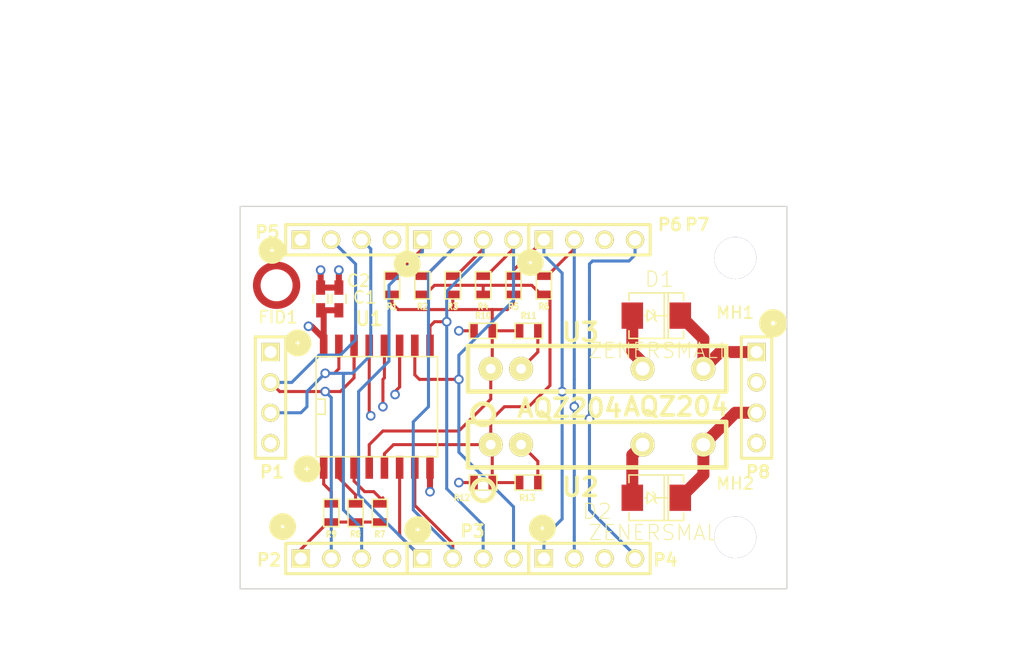
<source format=kicad_pcb>
(kicad_pcb (version 4) (host pcbnew "(2015-01-16 BZR 5376)-product")

  (general
    (links 69)
    (no_connects 1)
    (area 83.770469 42.876469 129.589531 74.979531)
    (thickness 1.6002)
    (drawings 30)
    (tracks 264)
    (zones 0)
    (modules 31)
    (nets 22)
  )

  (page A4)
  (title_block
    (date "13 feb 2015")
  )

  (layers
    (0 Fronte signal)
    (1 VCC power)
    (2 GND power)
    (31 Retro signal)
    (32 B.Adhes user)
    (33 F.Adhes user)
    (34 B.Paste user)
    (35 F.Paste user)
    (36 B.SilkS user)
    (37 F.SilkS user)
    (38 B.Mask user)
    (39 F.Mask user)
    (40 Dwgs.User user)
    (41 Cmts.User user)
    (42 Eco1.User user)
    (43 Eco2.User user)
    (44 Edge.Cuts user)
  )

  (setup
    (last_trace_width 0.127)
    (user_trace_width 0.127)
    (user_trace_width 0.254)
    (user_trace_width 0.508)
    (user_trace_width 1.00076)
    (user_trace_width 1.50114)
    (user_trace_width 1.99898)
    (user_trace_width 2.99974)
    (trace_clearance 0.254)
    (zone_clearance 0.508)
    (zone_45_only no)
    (trace_min 0.127)
    (segment_width 1)
    (edge_width 0.381)
    (via_size 0.8001)
    (via_drill 0.50038)
    (via_min_size 0.8001)
    (via_min_drill 0.50038)
    (uvia_size 0.508)
    (uvia_drill 0.127)
    (uvias_allowed no)
    (uvia_min_size 0.508)
    (uvia_min_drill 0.127)
    (pcb_text_width 0.3048)
    (pcb_text_size 1.524 2.032)
    (mod_edge_width 0.381)
    (mod_text_size 1.524 1.524)
    (mod_text_width 0.3048)
    (pad_size 2 2)
    (pad_drill 0)
    (pad_to_mask_clearance 0.254)
    (aux_axis_origin 0 0)
    (grid_origin 83.566 73.914)
    (visible_elements 7FFFFFFF)
    (pcbplotparams
      (layerselection 0x00030_80000001)
      (usegerberextensions true)
      (excludeedgelayer true)
      (linewidth 0.150000)
      (plotframeref false)
      (viasonmask false)
      (mode 1)
      (useauxorigin false)
      (hpglpennumber 1)
      (hpglpenspeed 20)
      (hpglpendiameter 15)
      (hpglpenoverlay 0)
      (psnegative false)
      (psa4output false)
      (plotreference true)
      (plotvalue true)
      (plotinvisibletext false)
      (padsonsilk false)
      (subtractmaskfromsilk false)
      (outputformat 1)
      (mirror false)
      (drillshape 1)
      (scaleselection 1)
      (outputdirectory ""))
  )

  (net 0 "")
  (net 1 /I2C_INT)
  (net 2 /I2C_SCL)
  (net 3 /I2C_SDA)
  (net 4 /IO_0_CMD)
  (net 5 /IO_0_N)
  (net 6 /IO_0_P)
  (net 7 /IO_1_CMD)
  (net 8 /IO_1_N)
  (net 9 /IO_1_P)
  (net 10 /IO_2_CMD)
  (net 11 /IO_3_CMD)
  (net 12 /IO_4_CMD)
  (net 13 /IO_5_CMD)
  (net 14 /IO_6_CMD)
  (net 15 /IO_7_CMD)
  (net 16 /NC1)
  (net 17 GND)
  (net 18 VDD)
  (net 19 "Net-(R7-Pad2)")
  (net 20 "Net-(R8-Pad2)")
  (net 21 "Net-(R9-Pad2)")

  (net_class Default "Questo è il gruppo di collegamenti predefinito"
    (clearance 0.254)
    (trace_width 0.127)
    (via_dia 0.8001)
    (via_drill 0.50038)
    (uvia_dia 0.508)
    (uvia_drill 0.127)
    (add_net /I2C_INT)
    (add_net /I2C_SCL)
    (add_net /I2C_SDA)
    (add_net /IO_0_CMD)
    (add_net /IO_0_N)
    (add_net /IO_0_P)
    (add_net /IO_1_CMD)
    (add_net /IO_1_N)
    (add_net /IO_1_P)
    (add_net /IO_2_CMD)
    (add_net /IO_3_CMD)
    (add_net /IO_4_CMD)
    (add_net /IO_5_CMD)
    (add_net /IO_6_CMD)
    (add_net /IO_7_CMD)
    (add_net /NC1)
    (add_net GND)
    (add_net "Net-(R7-Pad2)")
    (add_net "Net-(R8-Pad2)")
    (add_net "Net-(R9-Pad2)")
    (add_net VDD)
  )

  (module SO16L (layer Fronte) (tedit 55357808) (tstamp 54ADBAFC)
    (at 95.25 59.69)
    (path /547BA1C7)
    (attr smd)
    (fp_text reference U1 (at -0.635 -7.366) (layer F.SilkS)
      (effects (font (size 1.143 1.143) (thickness 0.2032)))
    )
    (fp_text value PCF8574 (at 0.381 -1.905) (layer F.SilkS) hide
      (effects (font (size 1.143 1.143) (thickness 0.2032)))
    )
    (fp_line (start 5.08 4.191) (end -5.08 4.191) (layer F.SilkS) (width 0.127))
    (fp_line (start -5.08 4.191) (end -5.08 -4.191) (layer F.SilkS) (width 0.127))
    (fp_line (start -5.08 -4.191) (end 5.08 -4.191) (layer F.SilkS) (width 0.127))
    (fp_line (start 5.08 -4.191) (end 5.08 4.191) (layer F.SilkS) (width 0.127))
    (fp_line (start -5.08 -0.635) (end -4.318 -0.635) (layer F.SilkS) (width 0.127))
    (fp_line (start -4.318 -0.635) (end -4.318 0.635) (layer F.SilkS) (width 0.127))
    (fp_line (start -4.318 0.635) (end -5.08 0.635) (layer F.SilkS) (width 0.127))
    (pad 1 smd rect (at -4.445 5.08) (size 0.635 1.905) (layers Fronte F.Paste F.Mask)
      (net 21 "Net-(R9-Pad2)"))
    (pad 2 smd rect (at -3.175 5.08) (size 0.635 1.905) (layers Fronte F.Paste F.Mask)
      (net 20 "Net-(R8-Pad2)"))
    (pad 3 smd rect (at -1.905 5.08) (size 0.635 1.905) (layers Fronte F.Paste F.Mask)
      (net 19 "Net-(R7-Pad2)"))
    (pad 4 smd rect (at -0.635 5.08) (size 0.635 1.905) (layers Fronte F.Paste F.Mask)
      (net 4 /IO_0_CMD))
    (pad 5 smd rect (at 0.635 5.08) (size 0.635 1.905) (layers Fronte F.Paste F.Mask)
      (net 7 /IO_1_CMD))
    (pad 6 smd rect (at 1.905 5.08) (size 0.635 1.905) (layers Fronte F.Paste F.Mask)
      (net 10 /IO_2_CMD))
    (pad 7 smd rect (at 3.175 5.08) (size 0.635 1.905) (layers Fronte F.Paste F.Mask)
      (net 11 /IO_3_CMD))
    (pad 8 smd rect (at 4.445 5.08) (size 0.635 1.905) (layers Fronte F.Paste F.Mask)
      (net 17 GND))
    (pad 9 smd rect (at 4.445 -5.08) (size 0.635 1.905) (layers Fronte F.Paste F.Mask)
      (net 12 /IO_4_CMD))
    (pad 10 smd rect (at 3.175 -5.08) (size 0.635 1.905) (layers Fronte F.Paste F.Mask)
      (net 13 /IO_5_CMD))
    (pad 11 smd rect (at 1.905 -5.08) (size 0.635 1.905) (layers Fronte F.Paste F.Mask)
      (net 14 /IO_6_CMD))
    (pad 12 smd rect (at 0.635 -5.08) (size 0.635 1.905) (layers Fronte F.Paste F.Mask)
      (net 15 /IO_7_CMD))
    (pad 13 smd rect (at -0.635 -5.08) (size 0.635 1.905) (layers Fronte F.Paste F.Mask)
      (net 1 /I2C_INT))
    (pad 14 smd rect (at -1.905 -5.08) (size 0.635 1.905) (layers Fronte F.Paste F.Mask)
      (net 2 /I2C_SCL))
    (pad 15 smd rect (at -3.175 -5.08) (size 0.635 1.905) (layers Fronte F.Paste F.Mask)
      (net 3 /I2C_SDA))
    (pad 16 smd rect (at -4.445 -5.08) (size 0.635 1.905) (layers Fronte F.Paste F.Mask)
      (net 18 VDD))
    (model smd/cms_so16.wrl
      (at (xyz 0 0 0))
      (scale (xyz 0.5 0.6 0.5))
      (rotate (xyz 0 0 0))
    )
  )

  (module SM0603 (layer Fronte) (tedit 55318640) (tstamp 54ADBAFD)
    (at 107.95 66.04)
    (path /547B9BC3)
    (attr smd)
    (fp_text reference R13 (at -0.127 1.27) (layer F.SilkS)
      (effects (font (size 0.508 0.4572) (thickness 0.1143)))
    )
    (fp_text value 10000 (at 0 0) (layer F.SilkS) hide
      (effects (font (size 0.508 0.4572) (thickness 0.1143)))
    )
    (fp_line (start -1.143 -0.635) (end 1.143 -0.635) (layer F.SilkS) (width 0.127))
    (fp_line (start 1.143 -0.635) (end 1.143 0.635) (layer F.SilkS) (width 0.127))
    (fp_line (start 1.143 0.635) (end -1.143 0.635) (layer F.SilkS) (width 0.127))
    (fp_line (start -1.143 0.635) (end -1.143 -0.635) (layer F.SilkS) (width 0.127))
    (pad 1 smd rect (at -0.762 0) (size 0.635 1.143) (layers Fronte F.Paste F.Mask)
      (net 7 /IO_1_CMD))
    (pad 2 smd rect (at 0.762 0) (size 0.635 1.143) (layers Fronte F.Paste F.Mask)
      (net 17 GND))
    (model smd\resistors\R0603.wrl
      (at (xyz 0 0 0.001))
      (scale (xyz 0.5 0.5 0.5))
      (rotate (xyz 0 0 0))
    )
  )

  (module SM0603 (layer Fronte) (tedit 55318618) (tstamp 54ADBAFF)
    (at 104.14 66.04)
    (path /547B9BC6)
    (attr smd)
    (fp_text reference R12 (at -1.778 1.27) (layer F.SilkS)
      (effects (font (size 0.508 0.4572) (thickness 0.1143)))
    )
    (fp_text value 1000 (at 0 0) (layer F.SilkS) hide
      (effects (font (size 0.508 0.4572) (thickness 0.1143)))
    )
    (fp_line (start -1.143 -0.635) (end 1.143 -0.635) (layer F.SilkS) (width 0.127))
    (fp_line (start 1.143 -0.635) (end 1.143 0.635) (layer F.SilkS) (width 0.127))
    (fp_line (start 1.143 0.635) (end -1.143 0.635) (layer F.SilkS) (width 0.127))
    (fp_line (start -1.143 0.635) (end -1.143 -0.635) (layer F.SilkS) (width 0.127))
    (pad 1 smd rect (at -0.762 0) (size 0.635 1.143) (layers Fronte F.Paste F.Mask)
      (net 18 VDD))
    (pad 2 smd rect (at 0.762 0) (size 0.635 1.143) (layers Fronte F.Paste F.Mask)
      (net 7 /IO_1_CMD))
    (model smd\resistors\R0603.wrl
      (at (xyz 0 0 0.001))
      (scale (xyz 0.5 0.5 0.5))
      (rotate (xyz 0 0 0))
    )
  )

  (module SM0603 (layer Fronte) (tedit 55318663) (tstamp 54ADBB01)
    (at 107.95 53.34)
    (path /547B9AAC)
    (attr smd)
    (fp_text reference R11 (at 0 -1.27) (layer F.SilkS)
      (effects (font (size 0.508 0.4572) (thickness 0.1143)))
    )
    (fp_text value 10000 (at 0 0) (layer F.SilkS) hide
      (effects (font (size 0.508 0.4572) (thickness 0.1143)))
    )
    (fp_line (start -1.143 -0.635) (end 1.143 -0.635) (layer F.SilkS) (width 0.127))
    (fp_line (start 1.143 -0.635) (end 1.143 0.635) (layer F.SilkS) (width 0.127))
    (fp_line (start 1.143 0.635) (end -1.143 0.635) (layer F.SilkS) (width 0.127))
    (fp_line (start -1.143 0.635) (end -1.143 -0.635) (layer F.SilkS) (width 0.127))
    (pad 1 smd rect (at -0.762 0) (size 0.635 1.143) (layers Fronte F.Paste F.Mask)
      (net 4 /IO_0_CMD))
    (pad 2 smd rect (at 0.762 0) (size 0.635 1.143) (layers Fronte F.Paste F.Mask)
      (net 17 GND))
    (model smd\resistors\R0603.wrl
      (at (xyz 0 0 0.001))
      (scale (xyz 0.5 0.5 0.5))
      (rotate (xyz 0 0 0))
    )
  )

  (module SM0603 (layer Fronte) (tedit 55318661) (tstamp 54ADBB03)
    (at 104.14 53.34)
    (path /5456065C)
    (attr smd)
    (fp_text reference R10 (at 0 -1.27) (layer F.SilkS)
      (effects (font (size 0.508 0.4572) (thickness 0.1143)))
    )
    (fp_text value 1000 (at 0 0) (layer F.SilkS) hide
      (effects (font (size 0.508 0.4572) (thickness 0.1143)))
    )
    (fp_line (start -1.143 -0.635) (end 1.143 -0.635) (layer F.SilkS) (width 0.127))
    (fp_line (start 1.143 -0.635) (end 1.143 0.635) (layer F.SilkS) (width 0.127))
    (fp_line (start 1.143 0.635) (end -1.143 0.635) (layer F.SilkS) (width 0.127))
    (fp_line (start -1.143 0.635) (end -1.143 -0.635) (layer F.SilkS) (width 0.127))
    (pad 1 smd rect (at -0.762 0) (size 0.635 1.143) (layers Fronte F.Paste F.Mask)
      (net 18 VDD))
    (pad 2 smd rect (at 0.762 0) (size 0.635 1.143) (layers Fronte F.Paste F.Mask)
      (net 4 /IO_0_CMD))
    (model smd\resistors\R0603.wrl
      (at (xyz 0 0 0.001))
      (scale (xyz 0.5 0.5 0.5))
      (rotate (xyz 0 0 0))
    )
  )

  (module SM0603 (layer Fronte) (tedit 553186B4) (tstamp 54ADBB05)
    (at 91.44 68.58 90)
    (path /547BA1E9)
    (attr smd)
    (fp_text reference R9 (at -1.778 0 180) (layer F.SilkS)
      (effects (font (size 0.508 0.4572) (thickness 0.1143)))
    )
    (fp_text value 10000 (at 0 0 90) (layer F.SilkS) hide
      (effects (font (size 0.508 0.4572) (thickness 0.1143)))
    )
    (fp_line (start -1.143 -0.635) (end 1.143 -0.635) (layer F.SilkS) (width 0.127))
    (fp_line (start 1.143 -0.635) (end 1.143 0.635) (layer F.SilkS) (width 0.127))
    (fp_line (start 1.143 0.635) (end -1.143 0.635) (layer F.SilkS) (width 0.127))
    (fp_line (start -1.143 0.635) (end -1.143 -0.635) (layer F.SilkS) (width 0.127))
    (pad 1 smd rect (at -0.762 0 90) (size 0.635 1.143) (layers Fronte F.Paste F.Mask)
      (net 18 VDD))
    (pad 2 smd rect (at 0.762 0 90) (size 0.635 1.143) (layers Fronte F.Paste F.Mask)
      (net 21 "Net-(R9-Pad2)"))
    (model smd\resistors\R0603.wrl
      (at (xyz 0 0 0.001))
      (scale (xyz 0.5 0.5 0.5))
      (rotate (xyz 0 0 0))
    )
  )

  (module SM0603 (layer Fronte) (tedit 553186B8) (tstamp 54ADBB07)
    (at 93.472 68.58 90)
    (path /547BA1FE)
    (attr smd)
    (fp_text reference R8 (at -1.778 0 180) (layer F.SilkS)
      (effects (font (size 0.508 0.4572) (thickness 0.1143)))
    )
    (fp_text value 10000 (at 0 0 90) (layer F.SilkS) hide
      (effects (font (size 0.508 0.4572) (thickness 0.1143)))
    )
    (fp_line (start -1.143 -0.635) (end 1.143 -0.635) (layer F.SilkS) (width 0.127))
    (fp_line (start 1.143 -0.635) (end 1.143 0.635) (layer F.SilkS) (width 0.127))
    (fp_line (start 1.143 0.635) (end -1.143 0.635) (layer F.SilkS) (width 0.127))
    (fp_line (start -1.143 0.635) (end -1.143 -0.635) (layer F.SilkS) (width 0.127))
    (pad 1 smd rect (at -0.762 0 90) (size 0.635 1.143) (layers Fronte F.Paste F.Mask)
      (net 18 VDD))
    (pad 2 smd rect (at 0.762 0 90) (size 0.635 1.143) (layers Fronte F.Paste F.Mask)
      (net 20 "Net-(R8-Pad2)"))
    (model smd\resistors\R0603.wrl
      (at (xyz 0 0 0.001))
      (scale (xyz 0.5 0.5 0.5))
      (rotate (xyz 0 0 0))
    )
  )

  (module SM0603 (layer Fronte) (tedit 553186BD) (tstamp 54ADBB09)
    (at 95.504 68.58 90)
    (path /547BA201)
    (attr smd)
    (fp_text reference R7 (at -1.778 0 180) (layer F.SilkS)
      (effects (font (size 0.508 0.4572) (thickness 0.1143)))
    )
    (fp_text value 10000 (at 0 0 90) (layer F.SilkS) hide
      (effects (font (size 0.508 0.4572) (thickness 0.1143)))
    )
    (fp_line (start -1.143 -0.635) (end 1.143 -0.635) (layer F.SilkS) (width 0.127))
    (fp_line (start 1.143 -0.635) (end 1.143 0.635) (layer F.SilkS) (width 0.127))
    (fp_line (start 1.143 0.635) (end -1.143 0.635) (layer F.SilkS) (width 0.127))
    (fp_line (start -1.143 0.635) (end -1.143 -0.635) (layer F.SilkS) (width 0.127))
    (pad 1 smd rect (at -0.762 0 90) (size 0.635 1.143) (layers Fronte F.Paste F.Mask)
      (net 18 VDD))
    (pad 2 smd rect (at 0.762 0 90) (size 0.635 1.143) (layers Fronte F.Paste F.Mask)
      (net 19 "Net-(R7-Pad2)"))
    (model smd\resistors\R0603.wrl
      (at (xyz 0 0 0.001))
      (scale (xyz 0.5 0.5 0.5))
      (rotate (xyz 0 0 0))
    )
  )

  (module SM0603 (layer Fronte) (tedit 5531867F) (tstamp 54ADBB0B)
    (at 96.52 49.53 270)
    (path /547B9FF3)
    (attr smd)
    (fp_text reference R1 (at 1.778 0 360) (layer F.SilkS)
      (effects (font (size 0.508 0.4572) (thickness 0.1143)))
    )
    (fp_text value 0 (at 0 0 270) (layer F.SilkS) hide
      (effects (font (size 0.508 0.4572) (thickness 0.1143)))
    )
    (fp_line (start -1.143 -0.635) (end 1.143 -0.635) (layer F.SilkS) (width 0.127))
    (fp_line (start 1.143 -0.635) (end 1.143 0.635) (layer F.SilkS) (width 0.127))
    (fp_line (start 1.143 0.635) (end -1.143 0.635) (layer F.SilkS) (width 0.127))
    (fp_line (start -1.143 0.635) (end -1.143 -0.635) (layer F.SilkS) (width 0.127))
    (pad 1 smd rect (at -0.762 0 270) (size 0.635 1.143) (layers Fronte F.Paste F.Mask)
      (net 10 /IO_2_CMD))
    (pad 2 smd rect (at 0.762 0 270) (size 0.635 1.143) (layers Fronte F.Paste F.Mask)
      (net 4 /IO_0_CMD))
    (model smd\resistors\R0603.wrl
      (at (xyz 0 0 0.001))
      (scale (xyz 0.5 0.5 0.5))
      (rotate (xyz 0 0 0))
    )
  )

  (module SM0603 (layer Fronte) (tedit 5531867A) (tstamp 54ADBB0D)
    (at 99.06 49.53 270)
    (path /547B9FFD)
    (attr smd)
    (fp_text reference R2 (at 1.778 0 360) (layer F.SilkS)
      (effects (font (size 0.508 0.4572) (thickness 0.1143)))
    )
    (fp_text value 0 (at 0 0 270) (layer F.SilkS) hide
      (effects (font (size 0.508 0.4572) (thickness 0.1143)))
    )
    (fp_line (start -1.143 -0.635) (end 1.143 -0.635) (layer F.SilkS) (width 0.127))
    (fp_line (start 1.143 -0.635) (end 1.143 0.635) (layer F.SilkS) (width 0.127))
    (fp_line (start 1.143 0.635) (end -1.143 0.635) (layer F.SilkS) (width 0.127))
    (fp_line (start -1.143 0.635) (end -1.143 -0.635) (layer F.SilkS) (width 0.127))
    (pad 1 smd rect (at -0.762 0 270) (size 0.635 1.143) (layers Fronte F.Paste F.Mask)
      (net 11 /IO_3_CMD))
    (pad 2 smd rect (at 0.762 0 270) (size 0.635 1.143) (layers Fronte F.Paste F.Mask)
      (net 7 /IO_1_CMD))
    (model smd\resistors\R0603.wrl
      (at (xyz 0 0 0.001))
      (scale (xyz 0.5 0.5 0.5))
      (rotate (xyz 0 0 0))
    )
  )

  (module SM0603 (layer Fronte) (tedit 55318676) (tstamp 54ADBB0F)
    (at 101.6 49.53 270)
    (path /547BA018)
    (attr smd)
    (fp_text reference R3 (at 1.778 0 360) (layer F.SilkS)
      (effects (font (size 0.508 0.4572) (thickness 0.1143)))
    )
    (fp_text value 0 (at 0 0 270) (layer F.SilkS) hide
      (effects (font (size 0.508 0.4572) (thickness 0.1143)))
    )
    (fp_line (start -1.143 -0.635) (end 1.143 -0.635) (layer F.SilkS) (width 0.127))
    (fp_line (start 1.143 -0.635) (end 1.143 0.635) (layer F.SilkS) (width 0.127))
    (fp_line (start 1.143 0.635) (end -1.143 0.635) (layer F.SilkS) (width 0.127))
    (fp_line (start -1.143 0.635) (end -1.143 -0.635) (layer F.SilkS) (width 0.127))
    (pad 1 smd rect (at -0.762 0 270) (size 0.635 1.143) (layers Fronte F.Paste F.Mask)
      (net 12 /IO_4_CMD))
    (pad 2 smd rect (at 0.762 0 270) (size 0.635 1.143) (layers Fronte F.Paste F.Mask)
      (net 4 /IO_0_CMD))
    (model smd\resistors\R0603.wrl
      (at (xyz 0 0 0.001))
      (scale (xyz 0.5 0.5 0.5))
      (rotate (xyz 0 0 0))
    )
  )

  (module SM0603 (layer Fronte) (tedit 55318673) (tstamp 54ADBB11)
    (at 104.14 49.53 270)
    (path /547BA01C)
    (attr smd)
    (fp_text reference R4 (at 1.778 0 360) (layer F.SilkS)
      (effects (font (size 0.508 0.4572) (thickness 0.1143)))
    )
    (fp_text value 0 (at 0 0 270) (layer F.SilkS) hide
      (effects (font (size 0.508 0.4572) (thickness 0.1143)))
    )
    (fp_line (start -1.143 -0.635) (end 1.143 -0.635) (layer F.SilkS) (width 0.127))
    (fp_line (start 1.143 -0.635) (end 1.143 0.635) (layer F.SilkS) (width 0.127))
    (fp_line (start 1.143 0.635) (end -1.143 0.635) (layer F.SilkS) (width 0.127))
    (fp_line (start -1.143 0.635) (end -1.143 -0.635) (layer F.SilkS) (width 0.127))
    (pad 1 smd rect (at -0.762 0 270) (size 0.635 1.143) (layers Fronte F.Paste F.Mask)
      (net 13 /IO_5_CMD))
    (pad 2 smd rect (at 0.762 0 270) (size 0.635 1.143) (layers Fronte F.Paste F.Mask)
      (net 7 /IO_1_CMD))
    (model smd\resistors\R0603.wrl
      (at (xyz 0 0 0.001))
      (scale (xyz 0.5 0.5 0.5))
      (rotate (xyz 0 0 0))
    )
  )

  (module SM0603 (layer Fronte) (tedit 5531866D) (tstamp 54ADBB13)
    (at 106.68 49.53 270)
    (path /547BA026)
    (attr smd)
    (fp_text reference R5 (at 1.778 0 360) (layer F.SilkS)
      (effects (font (size 0.508 0.4572) (thickness 0.1143)))
    )
    (fp_text value 0 (at 0 0 270) (layer F.SilkS) hide
      (effects (font (size 0.508 0.4572) (thickness 0.1143)))
    )
    (fp_line (start -1.143 -0.635) (end 1.143 -0.635) (layer F.SilkS) (width 0.127))
    (fp_line (start 1.143 -0.635) (end 1.143 0.635) (layer F.SilkS) (width 0.127))
    (fp_line (start 1.143 0.635) (end -1.143 0.635) (layer F.SilkS) (width 0.127))
    (fp_line (start -1.143 0.635) (end -1.143 -0.635) (layer F.SilkS) (width 0.127))
    (pad 1 smd rect (at -0.762 0 270) (size 0.635 1.143) (layers Fronte F.Paste F.Mask)
      (net 14 /IO_6_CMD))
    (pad 2 smd rect (at 0.762 0 270) (size 0.635 1.143) (layers Fronte F.Paste F.Mask)
      (net 4 /IO_0_CMD))
    (model smd\resistors\R0603.wrl
      (at (xyz 0 0 0.001))
      (scale (xyz 0.5 0.5 0.5))
      (rotate (xyz 0 0 0))
    )
  )

  (module SM0603 (layer Fronte) (tedit 55318667) (tstamp 54ADBB15)
    (at 109.22 49.53 270)
    (path /547BA02B)
    (attr smd)
    (fp_text reference R6 (at 1.778 0 360) (layer F.SilkS)
      (effects (font (size 0.508 0.4572) (thickness 0.1143)))
    )
    (fp_text value 0 (at 0 0 270) (layer F.SilkS) hide
      (effects (font (size 0.508 0.4572) (thickness 0.1143)))
    )
    (fp_line (start -1.143 -0.635) (end 1.143 -0.635) (layer F.SilkS) (width 0.127))
    (fp_line (start 1.143 -0.635) (end 1.143 0.635) (layer F.SilkS) (width 0.127))
    (fp_line (start 1.143 0.635) (end -1.143 0.635) (layer F.SilkS) (width 0.127))
    (fp_line (start -1.143 0.635) (end -1.143 -0.635) (layer F.SilkS) (width 0.127))
    (pad 1 smd rect (at -0.762 0 270) (size 0.635 1.143) (layers Fronte F.Paste F.Mask)
      (net 15 /IO_7_CMD))
    (pad 2 smd rect (at 0.762 0 270) (size 0.635 1.143) (layers Fronte F.Paste F.Mask)
      (net 7 /IO_1_CMD))
    (model smd\resistors\R0603.wrl
      (at (xyz 0 0 0.001))
      (scale (xyz 0.5 0.5 0.5))
      (rotate (xyz 0 0 0))
    )
  )

  (module PIN_ARRAY_4x1 (layer Fronte) (tedit 55318656) (tstamp 54ADBB19)
    (at 127 58.928 270)
    (descr "Double rangee de contacts 2 x 5 pins")
    (tags CONN)
    (path /545600A7)
    (fp_text reference P8 (at 6.223 -0.127 360) (layer F.SilkS)
      (effects (font (size 1.016 1.016) (thickness 0.2032)))
    )
    (fp_text value CONN_4 (at 0 2.54 270) (layer F.SilkS) hide
      (effects (font (size 1.016 1.016) (thickness 0.2032)))
    )
    (fp_line (start 5.08 1.27) (end -5.08 1.27) (layer F.SilkS) (width 0.254))
    (fp_line (start 5.08 -1.27) (end -5.08 -1.27) (layer F.SilkS) (width 0.254))
    (fp_line (start -5.08 -1.27) (end -5.08 1.27) (layer F.SilkS) (width 0.254))
    (fp_line (start 5.08 1.27) (end 5.08 -1.27) (layer F.SilkS) (width 0.254))
    (pad 1 thru_hole rect (at -3.81 0 270) (size 1.524 1.524) (drill 1.016) (layers *.Cu *.Mask F.SilkS)
      (net 6 /IO_0_P))
    (pad 2 thru_hole circle (at -1.27 0 270) (size 1.524 1.524) (drill 1.016) (layers *.Cu *.Mask F.SilkS)
      (net 5 /IO_0_N))
    (pad 3 thru_hole circle (at 1.27 0 270) (size 1.524 1.524) (drill 1.016) (layers *.Cu *.Mask F.SilkS)
      (net 9 /IO_1_P))
    (pad 4 thru_hole circle (at 3.81 0 270) (size 1.524 1.524) (drill 1.016) (layers *.Cu *.Mask F.SilkS)
      (net 8 /IO_1_N))
    (model pin_array\pins_array_4x1.wrl
      (at (xyz 0 0 0))
      (scale (xyz 1 1 1))
      (rotate (xyz 0 0 0))
    )
  )

  (module PIN_ARRAY_4x1 (layer Fronte) (tedit 553186A1) (tstamp 54ADBB1B)
    (at 113.03 45.72)
    (descr "Double rangee de contacts 2 x 5 pins")
    (tags CONN)
    (path /547BA0D5)
    (fp_text reference P7 (at 9.017 -1.27) (layer F.SilkS)
      (effects (font (size 1.016 1.016) (thickness 0.2032)))
    )
    (fp_text value CONN_4 (at 0 2.54) (layer F.SilkS) hide
      (effects (font (size 1.016 1.016) (thickness 0.2032)))
    )
    (fp_line (start 5.08 1.27) (end -5.08 1.27) (layer F.SilkS) (width 0.254))
    (fp_line (start 5.08 -1.27) (end -5.08 -1.27) (layer F.SilkS) (width 0.254))
    (fp_line (start -5.08 -1.27) (end -5.08 1.27) (layer F.SilkS) (width 0.254))
    (fp_line (start 5.08 1.27) (end 5.08 -1.27) (layer F.SilkS) (width 0.254))
    (pad 1 thru_hole rect (at -3.81 0) (size 1.524 1.524) (drill 1.016) (layers *.Cu *.Mask F.SilkS)
      (net 14 /IO_6_CMD))
    (pad 2 thru_hole circle (at -1.27 0) (size 1.524 1.524) (drill 1.016) (layers *.Cu *.Mask F.SilkS)
      (net 15 /IO_7_CMD))
    (pad 3 thru_hole circle (at 1.27 0) (size 1.524 1.524) (drill 1.016) (layers *.Cu *.Mask F.SilkS)
      (net 16 /NC1))
    (pad 4 thru_hole circle (at 3.81 0) (size 1.524 1.524) (drill 1.016) (layers *.Cu *.Mask F.SilkS)
      (net 1 /I2C_INT))
    (model pin_array\pins_array_4x1.wrl
      (at (xyz 0 0 0))
      (scale (xyz 1 1 1))
      (rotate (xyz 0 0 0))
    )
  )

  (module PIN_ARRAY_4x1 (layer Fronte) (tedit 5531869D) (tstamp 54ADBB1D)
    (at 102.87 45.72)
    (descr "Double rangee de contacts 2 x 5 pins")
    (tags CONN)
    (path /547BA0D6)
    (fp_text reference P6 (at 16.891 -1.27) (layer F.SilkS)
      (effects (font (size 1.016 1.016) (thickness 0.2032)))
    )
    (fp_text value CONN_4 (at 0 2.54) (layer F.SilkS) hide
      (effects (font (size 1.016 1.016) (thickness 0.2032)))
    )
    (fp_line (start 5.08 1.27) (end -5.08 1.27) (layer F.SilkS) (width 0.254))
    (fp_line (start 5.08 -1.27) (end -5.08 -1.27) (layer F.SilkS) (width 0.254))
    (fp_line (start -5.08 -1.27) (end -5.08 1.27) (layer F.SilkS) (width 0.254))
    (fp_line (start 5.08 1.27) (end 5.08 -1.27) (layer F.SilkS) (width 0.254))
    (pad 1 thru_hole rect (at -3.81 0) (size 1.524 1.524) (drill 1.016) (layers *.Cu *.Mask F.SilkS)
      (net 10 /IO_2_CMD))
    (pad 2 thru_hole circle (at -1.27 0) (size 1.524 1.524) (drill 1.016) (layers *.Cu *.Mask F.SilkS)
      (net 11 /IO_3_CMD))
    (pad 3 thru_hole circle (at 1.27 0) (size 1.524 1.524) (drill 1.016) (layers *.Cu *.Mask F.SilkS)
      (net 12 /IO_4_CMD))
    (pad 4 thru_hole circle (at 3.81 0) (size 1.524 1.524) (drill 1.016) (layers *.Cu *.Mask F.SilkS)
      (net 13 /IO_5_CMD))
    (model pin_array\pins_array_4x1.wrl
      (at (xyz 0 0 0))
      (scale (xyz 1 1 1))
      (rotate (xyz 0 0 0))
    )
  )

  (module PIN_ARRAY_4x1 (layer Fronte) (tedit 5531876A) (tstamp 54ADBB1F)
    (at 92.71 45.72)
    (descr "Double rangee de contacts 2 x 5 pins")
    (tags CONN)
    (path /547BA0D4)
    (fp_text reference P5 (at -6.604 -0.635) (layer F.SilkS)
      (effects (font (size 1.016 1.016) (thickness 0.2032)))
    )
    (fp_text value CONN_4 (at 0 2.54) (layer F.SilkS) hide
      (effects (font (size 1.016 1.016) (thickness 0.2032)))
    )
    (fp_line (start 5.08 1.27) (end -5.08 1.27) (layer F.SilkS) (width 0.254))
    (fp_line (start 5.08 -1.27) (end -5.08 -1.27) (layer F.SilkS) (width 0.254))
    (fp_line (start -5.08 -1.27) (end -5.08 1.27) (layer F.SilkS) (width 0.254))
    (fp_line (start 5.08 1.27) (end 5.08 -1.27) (layer F.SilkS) (width 0.254))
    (pad 1 thru_hole rect (at -3.81 0) (size 1.524 1.524) (drill 1.016) (layers *.Cu *.Mask F.SilkS)
      (net 18 VDD))
    (pad 2 thru_hole circle (at -1.27 0) (size 1.524 1.524) (drill 1.016) (layers *.Cu *.Mask F.SilkS)
      (net 2 /I2C_SCL))
    (pad 3 thru_hole circle (at 1.27 0) (size 1.524 1.524) (drill 1.016) (layers *.Cu *.Mask F.SilkS)
      (net 3 /I2C_SDA))
    (pad 4 thru_hole circle (at 3.81 0) (size 1.524 1.524) (drill 1.016) (layers *.Cu *.Mask F.SilkS)
      (net 17 GND))
    (model pin_array\pins_array_4x1.wrl
      (at (xyz 0 0 0))
      (scale (xyz 1 1 1))
      (rotate (xyz 0 0 0))
    )
  )

  (module PIN_ARRAY_4x1 (layer Fronte) (tedit 55318647) (tstamp 54ADBB21)
    (at 113.03 72.39)
    (descr "Double rangee de contacts 2 x 5 pins")
    (tags CONN)
    (path /547B991B)
    (fp_text reference P4 (at 6.35 0.127) (layer F.SilkS)
      (effects (font (size 1.016 1.016) (thickness 0.2032)))
    )
    (fp_text value CONN_4 (at 0 2.54) (layer F.SilkS) hide
      (effects (font (size 1.016 1.016) (thickness 0.2032)))
    )
    (fp_line (start 5.08 1.27) (end -5.08 1.27) (layer F.SilkS) (width 0.254))
    (fp_line (start 5.08 -1.27) (end -5.08 -1.27) (layer F.SilkS) (width 0.254))
    (fp_line (start -5.08 -1.27) (end -5.08 1.27) (layer F.SilkS) (width 0.254))
    (fp_line (start 5.08 1.27) (end 5.08 -1.27) (layer F.SilkS) (width 0.254))
    (pad 1 thru_hole rect (at -3.81 0) (size 1.524 1.524) (drill 1.016) (layers *.Cu *.Mask F.SilkS)
      (net 14 /IO_6_CMD))
    (pad 2 thru_hole circle (at -1.27 0) (size 1.524 1.524) (drill 1.016) (layers *.Cu *.Mask F.SilkS)
      (net 15 /IO_7_CMD))
    (pad 3 thru_hole circle (at 1.27 0) (size 1.524 1.524) (drill 1.016) (layers *.Cu *.Mask F.SilkS)
      (net 16 /NC1))
    (pad 4 thru_hole circle (at 3.81 0) (size 1.524 1.524) (drill 1.016) (layers *.Cu *.Mask F.SilkS)
      (net 1 /I2C_INT))
    (model pin_array\pins_array_4x1.wrl
      (at (xyz 0 0 0))
      (scale (xyz 1 1 1))
      (rotate (xyz 0 0 0))
    )
  )

  (module PIN_ARRAY_4x1 (layer Fronte) (tedit 55318615) (tstamp 54ADBB23)
    (at 102.87 72.39)
    (descr "Double rangee de contacts 2 x 5 pins")
    (tags CONN)
    (path /547B98F2)
    (fp_text reference P3 (at 0.381 -2.286) (layer F.SilkS)
      (effects (font (size 1.016 1.016) (thickness 0.2032)))
    )
    (fp_text value CONN_4 (at 0 2.54) (layer F.SilkS) hide
      (effects (font (size 1.016 1.016) (thickness 0.2032)))
    )
    (fp_line (start 5.08 1.27) (end -5.08 1.27) (layer F.SilkS) (width 0.254))
    (fp_line (start 5.08 -1.27) (end -5.08 -1.27) (layer F.SilkS) (width 0.254))
    (fp_line (start -5.08 -1.27) (end -5.08 1.27) (layer F.SilkS) (width 0.254))
    (fp_line (start 5.08 1.27) (end 5.08 -1.27) (layer F.SilkS) (width 0.254))
    (pad 1 thru_hole rect (at -3.81 0) (size 1.524 1.524) (drill 1.016) (layers *.Cu *.Mask F.SilkS)
      (net 10 /IO_2_CMD))
    (pad 2 thru_hole circle (at -1.27 0) (size 1.524 1.524) (drill 1.016) (layers *.Cu *.Mask F.SilkS)
      (net 11 /IO_3_CMD))
    (pad 3 thru_hole circle (at 1.27 0) (size 1.524 1.524) (drill 1.016) (layers *.Cu *.Mask F.SilkS)
      (net 12 /IO_4_CMD))
    (pad 4 thru_hole circle (at 3.81 0) (size 1.524 1.524) (drill 1.016) (layers *.Cu *.Mask F.SilkS)
      (net 13 /IO_5_CMD))
    (model pin_array\pins_array_4x1.wrl
      (at (xyz 0 0 0))
      (scale (xyz 1 1 1))
      (rotate (xyz 0 0 0))
    )
  )

  (module PIN_ARRAY_4x1 (layer Fronte) (tedit 55318612) (tstamp 54ADBB25)
    (at 92.71 72.39)
    (descr "Double rangee de contacts 2 x 5 pins")
    (tags CONN)
    (path /547B99B2)
    (fp_text reference P2 (at -6.477 0.127) (layer F.SilkS)
      (effects (font (size 1.016 1.016) (thickness 0.2032)))
    )
    (fp_text value CONN_4 (at 0 2.54) (layer F.SilkS) hide
      (effects (font (size 1.016 1.016) (thickness 0.2032)))
    )
    (fp_line (start 5.08 1.27) (end -5.08 1.27) (layer F.SilkS) (width 0.254))
    (fp_line (start 5.08 -1.27) (end -5.08 -1.27) (layer F.SilkS) (width 0.254))
    (fp_line (start -5.08 -1.27) (end -5.08 1.27) (layer F.SilkS) (width 0.254))
    (fp_line (start 5.08 1.27) (end 5.08 -1.27) (layer F.SilkS) (width 0.254))
    (pad 1 thru_hole rect (at -3.81 0) (size 1.524 1.524) (drill 1.016) (layers *.Cu *.Mask F.SilkS)
      (net 18 VDD))
    (pad 2 thru_hole circle (at -1.27 0) (size 1.524 1.524) (drill 1.016) (layers *.Cu *.Mask F.SilkS)
      (net 2 /I2C_SCL))
    (pad 3 thru_hole circle (at 1.27 0) (size 1.524 1.524) (drill 1.016) (layers *.Cu *.Mask F.SilkS)
      (net 3 /I2C_SDA))
    (pad 4 thru_hole circle (at 3.81 0) (size 1.524 1.524) (drill 1.016) (layers *.Cu *.Mask F.SilkS)
      (net 17 GND))
    (model pin_array\pins_array_4x1.wrl
      (at (xyz 0 0 0))
      (scale (xyz 1 1 1))
      (rotate (xyz 0 0 0))
    )
  )

  (module PIN_ARRAY_4x1 (layer Fronte) (tedit 55318605) (tstamp 54ADBB27)
    (at 86.36 58.928 270)
    (descr "Double rangee de contacts 2 x 5 pins")
    (tags CONN)
    (path /54560055)
    (fp_text reference P1 (at 6.223 -0.127 360) (layer F.SilkS)
      (effects (font (size 1.016 1.016) (thickness 0.2032)))
    )
    (fp_text value CONN_4 (at 0 2.54 270) (layer F.SilkS) hide
      (effects (font (size 1.016 1.016) (thickness 0.2032)))
    )
    (fp_line (start 5.08 1.27) (end -5.08 1.27) (layer F.SilkS) (width 0.254))
    (fp_line (start 5.08 -1.27) (end -5.08 -1.27) (layer F.SilkS) (width 0.254))
    (fp_line (start -5.08 -1.27) (end -5.08 1.27) (layer F.SilkS) (width 0.254))
    (fp_line (start 5.08 1.27) (end 5.08 -1.27) (layer F.SilkS) (width 0.254))
    (pad 1 thru_hole rect (at -3.81 0 270) (size 1.524 1.524) (drill 1.016) (layers *.Cu *.Mask F.SilkS)
      (net 18 VDD))
    (pad 2 thru_hole circle (at -1.27 0 270) (size 1.524 1.524) (drill 1.016) (layers *.Cu *.Mask F.SilkS)
      (net 2 /I2C_SCL))
    (pad 3 thru_hole circle (at 1.27 0 270) (size 1.524 1.524) (drill 1.016) (layers *.Cu *.Mask F.SilkS)
      (net 3 /I2C_SDA))
    (pad 4 thru_hole circle (at 3.81 0 270) (size 1.524 1.524) (drill 1.016) (layers *.Cu *.Mask F.SilkS)
      (net 17 GND))
    (model pin_array\pins_array_4x1.wrl
      (at (xyz 0 0 0))
      (scale (xyz 1 1 1))
      (rotate (xyz 0 0 0))
    )
  )

  (module DO214 (layer Fronte) (tedit 55318805) (tstamp 54ADBB28)
    (at 118.618 67.31)
    (descr "DO214AC PACKAGE. MONODIRECTIONAL.")
    (tags "DO214AC PACKAGE. MONODIRECTIONAL.")
    (path /547BA3D0)
    (attr smd)
    (fp_text reference D2 (at -4.953 1.143) (layer F.SilkS)
      (effects (font (size 1.27 1.27) (thickness 0.0889)))
    )
    (fp_text value ZENERSMALL (at 0.254 2.921) (layer F.SilkS)
      (effects (font (size 1.27 1.27) (thickness 0.0889)))
    )
    (fp_line (start -0.762 0) (end -0.9652 0) (layer F.SilkS) (width 0.127))
    (fp_line (start -2.286 -1.905) (end 2.286 -1.905) (layer F.SilkS) (width 0.127))
    (fp_line (start 2.286 -1.905) (end 2.286 -1.27) (layer F.SilkS) (width 0.127))
    (fp_line (start 0.6604 1.905) (end 0.6604 -1.905) (layer F.SilkS) (width 0.127))
    (fp_line (start 0.9906 1.905) (end 0.9906 -1.905) (layer F.SilkS) (width 0.127))
    (fp_line (start -2.286 1.27) (end -2.286 1.905) (layer F.SilkS) (width 0.127))
    (fp_line (start -2.286 1.905) (end 2.286 1.905) (layer F.SilkS) (width 0.127))
    (fp_line (start 2.286 1.905) (end 2.286 1.27) (layer F.SilkS) (width 0.127))
    (fp_line (start -2.286 -1.27) (end -2.286 -1.905) (layer F.SilkS) (width 0.127))
    (fp_line (start -0.127 0) (end -0.762 -0.47498) (layer F.SilkS) (width 0.127))
    (fp_line (start -0.762 -0.47498) (end -0.762 0) (layer F.SilkS) (width 0.127))
    (fp_line (start -0.762 0) (end -0.762 0.47498) (layer F.SilkS) (width 0.127))
    (fp_line (start -0.762 0.47498) (end -0.127 0) (layer F.SilkS) (width 0.127))
    (fp_line (start -0.127 0) (end -0.127 -0.3175) (layer F.SilkS) (width 0.127))
    (fp_line (start -0.127 -0.3175) (end -0.28448 -0.47498) (layer F.SilkS) (width 0.127))
    (fp_line (start -0.127 0) (end -0.127 0.3175) (layer F.SilkS) (width 0.127))
    (fp_line (start -0.127 0.3175) (end 0.03048 0.47498) (layer F.SilkS) (width 0.127))
    (fp_line (start -0.127 0) (end 0.98298 0) (layer F.SilkS) (width 0.127))
    (pad 1 smd rect (at -2.0066 0) (size 1.80086 2.19964) (layers Fronte F.Paste F.Mask)
      (net 8 /IO_1_N))
    (pad 2 smd rect (at 2.0066 0) (size 1.80086 2.19964) (layers Fronte F.Paste F.Mask)
      (net 9 /IO_1_P))
    (model smd/do214.wrl
      (at (xyz 0 0 0))
      (scale (xyz 1 1 1))
      (rotate (xyz 0 0 0))
    )
  )

  (module DO214 (layer Fronte) (tedit 48AAA802) (tstamp 54ADBB2A)
    (at 118.618 52.07)
    (descr "DO214AC PACKAGE. MONODIRECTIONAL.")
    (tags "DO214AC PACKAGE. MONODIRECTIONAL.")
    (path /547BA3A6)
    (attr smd)
    (fp_text reference D1 (at 0.254 -3.048) (layer F.SilkS)
      (effects (font (size 1.27 1.27) (thickness 0.0889)))
    )
    (fp_text value ZENERSMALL (at 0.254 2.921) (layer F.SilkS)
      (effects (font (size 1.27 1.27) (thickness 0.0889)))
    )
    (fp_line (start -0.762 0) (end -0.9652 0) (layer F.SilkS) (width 0.127))
    (fp_line (start -2.286 -1.905) (end 2.286 -1.905) (layer F.SilkS) (width 0.127))
    (fp_line (start 2.286 -1.905) (end 2.286 -1.27) (layer F.SilkS) (width 0.127))
    (fp_line (start 0.6604 1.905) (end 0.6604 -1.905) (layer F.SilkS) (width 0.127))
    (fp_line (start 0.9906 1.905) (end 0.9906 -1.905) (layer F.SilkS) (width 0.127))
    (fp_line (start -2.286 1.27) (end -2.286 1.905) (layer F.SilkS) (width 0.127))
    (fp_line (start -2.286 1.905) (end 2.286 1.905) (layer F.SilkS) (width 0.127))
    (fp_line (start 2.286 1.905) (end 2.286 1.27) (layer F.SilkS) (width 0.127))
    (fp_line (start -2.286 -1.27) (end -2.286 -1.905) (layer F.SilkS) (width 0.127))
    (fp_line (start -0.127 0) (end -0.762 -0.47498) (layer F.SilkS) (width 0.127))
    (fp_line (start -0.762 -0.47498) (end -0.762 0) (layer F.SilkS) (width 0.127))
    (fp_line (start -0.762 0) (end -0.762 0.47498) (layer F.SilkS) (width 0.127))
    (fp_line (start -0.762 0.47498) (end -0.127 0) (layer F.SilkS) (width 0.127))
    (fp_line (start -0.127 0) (end -0.127 -0.3175) (layer F.SilkS) (width 0.127))
    (fp_line (start -0.127 -0.3175) (end -0.28448 -0.47498) (layer F.SilkS) (width 0.127))
    (fp_line (start -0.127 0) (end -0.127 0.3175) (layer F.SilkS) (width 0.127))
    (fp_line (start -0.127 0.3175) (end 0.03048 0.47498) (layer F.SilkS) (width 0.127))
    (fp_line (start -0.127 0) (end 0.98298 0) (layer F.SilkS) (width 0.127))
    (pad 1 smd rect (at -2.0066 0) (size 1.80086 2.19964) (layers Fronte F.Paste F.Mask)
      (net 5 /IO_0_N))
    (pad 2 smd rect (at 2.0066 0) (size 1.80086 2.19964) (layers Fronte F.Paste F.Mask)
      (net 6 /IO_0_P))
    (model smd/do214.wrl
      (at (xyz 0 0 0))
      (scale (xyz 1 1 1))
      (rotate (xyz 0 0 0))
    )
  )

  (module AQZ-SIL-4 (layer Fronte) (tedit 55318631) (tstamp 54ADBB16)
    (at 102.87 54.61)
    (path /54ADB060)
    (fp_text reference U3 (at 9.398 -1.143) (layer F.SilkS)
      (effects (font (thickness 0.3048)))
    )
    (fp_text value AQZ204 (at 8.509 5.207) (layer F.SilkS)
      (effects (font (thickness 0.3048)))
    )
    (fp_circle (center 1.27 5.715) (end 1.905 5.08) (layer F.SilkS) (width 0.381))
    (fp_line (start 0 0) (end 21.59 0) (layer F.SilkS) (width 0.381))
    (fp_line (start 21.59 0) (end 21.59 3.81) (layer F.SilkS) (width 0.381))
    (fp_line (start 21.59 3.81) (end 0 3.81) (layer F.SilkS) (width 0.381))
    (fp_line (start 0 3.81) (end 0 0) (layer F.SilkS) (width 0.381))
    (pad 1 thru_hole circle (at 1.905 1.905) (size 1.99898 1.99898) (drill 0.8128) (layers *.Cu *.Mask F.SilkS)
      (net 4 /IO_0_CMD))
    (pad 2 thru_hole circle (at 4.445 1.905) (size 1.99898 1.99898) (drill 0.8128) (layers *.Cu *.Mask F.SilkS)
      (net 17 GND))
    (pad 3 thru_hole circle (at 14.605 1.905) (size 1.99898 1.99898) (drill 1.15062) (layers *.Cu *.Mask F.SilkS)
      (net 5 /IO_0_N))
    (pad 4 thru_hole circle (at 19.685 1.905) (size 1.99898 1.99898) (drill 1.15062) (layers *.Cu *.Mask F.SilkS)
      (net 6 /IO_0_P))
  )

  (module AQZ-SIL-4 (layer Fronte) (tedit 55318628) (tstamp 54ADBB18)
    (at 102.87 60.96)
    (path /54ADB03D)
    (fp_text reference U2 (at 9.398 5.461) (layer F.SilkS)
      (effects (font (thickness 0.3048)))
    )
    (fp_text value AQZ204 (at 17.399 -1.27) (layer F.SilkS)
      (effects (font (thickness 0.3048)))
    )
    (fp_circle (center 1.27 5.715) (end 1.905 5.08) (layer F.SilkS) (width 0.381))
    (fp_line (start 0 0) (end 21.59 0) (layer F.SilkS) (width 0.381))
    (fp_line (start 21.59 0) (end 21.59 3.81) (layer F.SilkS) (width 0.381))
    (fp_line (start 21.59 3.81) (end 0 3.81) (layer F.SilkS) (width 0.381))
    (fp_line (start 0 3.81) (end 0 0) (layer F.SilkS) (width 0.381))
    (pad 1 thru_hole circle (at 1.905 1.905) (size 1.99898 1.99898) (drill 0.8128) (layers *.Cu *.Mask F.SilkS)
      (net 7 /IO_1_CMD))
    (pad 2 thru_hole circle (at 4.445 1.905) (size 1.99898 1.99898) (drill 0.8128) (layers *.Cu *.Mask F.SilkS)
      (net 17 GND))
    (pad 3 thru_hole circle (at 14.605 1.905) (size 1.99898 1.99898) (drill 1.15062) (layers *.Cu *.Mask F.SilkS)
      (net 8 /IO_1_N))
    (pad 4 thru_hole circle (at 19.685 1.905) (size 1.99898 1.99898) (drill 1.15062) (layers *.Cu *.Mask F.SilkS)
      (net 9 /IO_1_P))
  )

  (module Fiducials:Fiducial_Modern_CopperTop (layer Fronte) (tedit 55318788) (tstamp 55318777)
    (at 86.868 49.53)
    (descr "Fiducial, Modern, Copper Top, Passermarke,")
    (tags "Fiducial, Modern, Copper Top, Passermarke,")
    (fp_text reference FID1 (at 0.127 2.667) (layer F.SilkS)
      (effects (font (size 1 1) (thickness 0.15)))
    )
    (fp_text value Fiducial_Modern_CopperTop (at 0 0) (layer F.Fab)
      (effects (font (size 1 1) (thickness 0.15)))
    )
    (fp_circle (center 0 0) (end 1.52908 0) (layer Fronte) (width 0.381))
    (fp_circle (center 0 0) (end 1.7907 0) (layer Fronte) (width 0.381))
    (pad ~ smd circle (at 0 0) (size 2 2) (layers F.Mask)
      (solder_mask_margin 2.99974))
  )

  (module Mounting_Holes:MountingHole_3-5mm (layer Fronte) (tedit 553187B3) (tstamp 553187BE)
    (at 125.222 47.244)
    (descr "Mounting hole, Befestigungsbohrung, 3,5mm, No Annular, Kein Restring,")
    (tags "Mounting hole, Befestigungsbohrung, 3,5mm, No Annular, Kein Restring,")
    (fp_text reference MH1 (at 0 4.572) (layer F.SilkS)
      (effects (font (size 1 1) (thickness 0.15)))
    )
    (fp_text value MountingHole_3-5mm (at 0 5.00126) (layer F.Fab)
      (effects (font (size 1 1) (thickness 0.15)))
    )
    (fp_circle (center 0 0) (end 3.5 0) (layer Cmts.User) (width 0.381))
    (pad 1 thru_hole circle (at 0 0) (size 3.5 3.5) (drill 3.5) (layers))
  )

  (module Mounting_Holes:MountingHole_3-5mm (layer Fronte) (tedit 55318879) (tstamp 553187E2)
    (at 125.222 70.612)
    (descr "Mounting hole, Befestigungsbohrung, 3,5mm, No Annular, Kein Restring,")
    (tags "Mounting hole, Befestigungsbohrung, 3,5mm, No Annular, Kein Restring,")
    (fp_text reference MH2 (at 0 -4.50088) (layer F.SilkS)
      (effects (font (size 1 1) (thickness 0.15)))
    )
    (fp_text value MountingHole_3-5mm (at 0 5.00126) (layer F.Fab)
      (effects (font (size 1 1) (thickness 0.15)))
    )
    (fp_circle (center 0 0) (end 3.5 0) (layer Cmts.User) (width 0.381))
    (pad 1 thru_hole circle (at 0 0) (size 3.5 3.5) (drill 3.5) (layers))
  )

  (module Capacitors_SMD:C_0603_HandSoldering (layer Fronte) (tedit 55357849) (tstamp 553577B5)
    (at 92.075 50.673 90)
    (descr "Capacitor SMD 0603, hand soldering")
    (tags "capacitor 0603")
    (path /55357963)
    (attr smd)
    (fp_text reference C1 (at 0.127 2.159 180) (layer F.SilkS)
      (effects (font (size 1 1) (thickness 0.15)))
    )
    (fp_text value 100n (at 0 1.9 90) (layer F.Fab)
      (effects (font (size 1 1) (thickness 0.15)))
    )
    (fp_line (start -1.85 -0.75) (end 1.85 -0.75) (layer F.CrtYd) (width 0.05))
    (fp_line (start -1.85 0.75) (end 1.85 0.75) (layer F.CrtYd) (width 0.05))
    (fp_line (start -1.85 -0.75) (end -1.85 0.75) (layer F.CrtYd) (width 0.05))
    (fp_line (start 1.85 -0.75) (end 1.85 0.75) (layer F.CrtYd) (width 0.05))
    (fp_line (start -0.35 -0.6) (end 0.35 -0.6) (layer F.SilkS) (width 0.15))
    (fp_line (start 0.35 0.6) (end -0.35 0.6) (layer F.SilkS) (width 0.15))
    (pad 1 smd rect (at -0.95 0 90) (size 1.2 0.75) (layers Fronte F.Paste F.Mask)
      (net 18 VDD))
    (pad 2 smd rect (at 0.95 0 90) (size 1.2 0.75) (layers Fronte F.Paste F.Mask)
      (net 17 GND))
    (model Capacitors_SMD.3dshapes/C_0603_HandSoldering.wrl
      (at (xyz 0 0 0))
      (scale (xyz 1 1 1))
      (rotate (xyz 0 0 0))
    )
  )

  (module Capacitors_SMD:C_0603_HandSoldering (layer Fronte) (tedit 55357845) (tstamp 553577BB)
    (at 90.551 50.673 90)
    (descr "Capacitor SMD 0603, hand soldering")
    (tags "capacitor 0603")
    (path /553579A5)
    (attr smd)
    (fp_text reference C2 (at 1.524 3.175 180) (layer F.SilkS)
      (effects (font (size 1 1) (thickness 0.15)))
    )
    (fp_text value 1u (at 0 1.9 90) (layer F.Fab)
      (effects (font (size 1 1) (thickness 0.15)))
    )
    (fp_line (start -1.85 -0.75) (end 1.85 -0.75) (layer F.CrtYd) (width 0.05))
    (fp_line (start -1.85 0.75) (end 1.85 0.75) (layer F.CrtYd) (width 0.05))
    (fp_line (start -1.85 -0.75) (end -1.85 0.75) (layer F.CrtYd) (width 0.05))
    (fp_line (start 1.85 -0.75) (end 1.85 0.75) (layer F.CrtYd) (width 0.05))
    (fp_line (start -0.35 -0.6) (end 0.35 -0.6) (layer F.SilkS) (width 0.15))
    (fp_line (start 0.35 0.6) (end -0.35 0.6) (layer F.SilkS) (width 0.15))
    (pad 1 smd rect (at -0.95 0 90) (size 1.2 0.75) (layers Fronte F.Paste F.Mask)
      (net 18 VDD))
    (pad 2 smd rect (at 0.95 0 90) (size 1.2 0.75) (layers Fronte F.Paste F.Mask)
      (net 17 GND))
    (model Capacitors_SMD.3dshapes/C_0603_HandSoldering.wrl
      (at (xyz 0 0 0))
      (scale (xyz 1 1 1))
      (rotate (xyz 0 0 0))
    )
  )

  (dimension 32.004 (width 0.3048) (layer Cmts.User)
    (gr_text "32,004 mm" (at 147.4216 58.928 270) (layer Cmts.User)
      (effects (font (size 2.032 1.524) (thickness 0.3048)))
    )
    (feature1 (pts (xy 129.54 74.93) (xy 149.0472 74.93)))
    (feature2 (pts (xy 129.54 42.926) (xy 149.0472 42.926)))
    (crossbar (pts (xy 145.796 42.926) (xy 145.796 74.93)))
    (arrow1a (pts (xy 145.796 74.93) (xy 145.209579 73.803496)))
    (arrow1b (pts (xy 145.796 74.93) (xy 146.382421 73.803496)))
    (arrow2a (pts (xy 145.796 42.926) (xy 145.209579 44.052504)))
    (arrow2b (pts (xy 145.796 42.926) (xy 146.382421 44.052504)))
  )
  (dimension 45.72 (width 0.3048) (layer Cmts.User)
    (gr_text "45,720 mm" (at 106.68 28.0924) (layer Cmts.User)
      (effects (font (size 2.032 1.524) (thickness 0.3048)))
    )
    (feature1 (pts (xy 129.54 42.926) (xy 129.54 26.4668)))
    (feature2 (pts (xy 83.82 42.926) (xy 83.82 26.4668)))
    (crossbar (pts (xy 83.82 29.718) (xy 129.54 29.718)))
    (arrow1a (pts (xy 129.54 29.718) (xy 128.413496 30.304421)))
    (arrow1b (pts (xy 129.54 29.718) (xy 128.413496 29.131579)))
    (arrow2a (pts (xy 83.82 29.718) (xy 84.946504 30.304421)))
    (arrow2b (pts (xy 83.82 29.718) (xy 84.946504 29.131579)))
  )
  (dimension 4.318 (width 0.3048) (layer Cmts.User)
    (gr_text "4,318 mm" (at 127.381 78.5876) (layer Cmts.User)
      (effects (font (size 2.032 1.524) (thickness 0.3048)))
    )
    (feature1 (pts (xy 125.222 74.93) (xy 125.222 80.2132)))
    (feature2 (pts (xy 129.54 74.93) (xy 129.54 80.2132)))
    (crossbar (pts (xy 129.54 76.962) (xy 125.222 76.962)))
    (arrow1a (pts (xy 125.222 76.962) (xy 126.348504 76.375579)))
    (arrow1b (pts (xy 125.222 76.962) (xy 126.348504 77.548421)))
    (arrow2a (pts (xy 129.54 76.962) (xy 128.413496 76.375579)))
    (arrow2b (pts (xy 129.54 76.962) (xy 128.413496 77.548421)))
  )
  (dimension 4.318 (width 0.3048) (layer Cmts.User)
    (gr_text "4,318 mm" (at 135.356599 72.771 90) (layer Cmts.User)
      (effects (font (size 2.032 1.524) (thickness 0.3048)))
    )
    (feature1 (pts (xy 129.54 70.612) (xy 136.982199 70.612)))
    (feature2 (pts (xy 129.54 74.93) (xy 136.982199 74.93)))
    (crossbar (pts (xy 133.730999 74.93) (xy 133.730999 70.612)))
    (arrow1a (pts (xy 133.730999 70.612) (xy 134.31742 71.738504)))
    (arrow1b (pts (xy 133.730999 70.612) (xy 133.144578 71.738504)))
    (arrow2a (pts (xy 133.730999 74.93) (xy 134.31742 73.803496)))
    (arrow2b (pts (xy 133.730999 74.93) (xy 133.144578 73.803496)))
  )
  (dimension 4.318 (width 0.3048) (layer Cmts.User)
    (gr_text "4,318 mm" (at 136.2456 45.085 270) (layer Cmts.User)
      (effects (font (size 2.032 1.524) (thickness 0.3048)))
    )
    (feature1 (pts (xy 129.54 47.244) (xy 137.8712 47.244)))
    (feature2 (pts (xy 129.54 42.926) (xy 137.8712 42.926)))
    (crossbar (pts (xy 134.62 42.926) (xy 134.62 47.244)))
    (arrow1a (pts (xy 134.62 47.244) (xy 134.033579 46.117496)))
    (arrow1b (pts (xy 134.62 47.244) (xy 135.206421 46.117496)))
    (arrow2a (pts (xy 134.62 42.926) (xy 134.033579 44.052504)))
    (arrow2b (pts (xy 134.62 42.926) (xy 135.206421 44.052504)))
  )
  (dimension 4.318 (width 0.3048) (layer Cmts.User)
    (gr_text "4,318 mm" (at 127.381 35.458401) (layer Cmts.User)
      (effects (font (size 2.032 1.524) (thickness 0.3048)))
    )
    (feature1 (pts (xy 125.222 42.926) (xy 125.222 33.832801)))
    (feature2 (pts (xy 129.54 42.926) (xy 129.54 33.832801)))
    (crossbar (pts (xy 129.54 37.084001) (xy 125.222 37.084001)))
    (arrow1a (pts (xy 125.222 37.084001) (xy 126.348504 36.49758)))
    (arrow1b (pts (xy 125.222 37.084001) (xy 126.348504 37.670422)))
    (arrow2a (pts (xy 129.54 37.084001) (xy 128.413496 36.49758)))
    (arrow2b (pts (xy 129.54 37.084001) (xy 128.413496 37.670422)))
  )
  (gr_circle (center 128.397 52.705) (end 128.524 52.832) (layer F.SilkS) (width 1))
  (gr_circle (center 108.077 47.625) (end 108.204 47.625) (layer F.SilkS) (width 1))
  (gr_circle (center 97.79 47.752) (end 97.917 47.752) (layer F.SilkS) (width 1))
  (gr_circle (center 86.487 46.609) (end 86.614 46.609) (layer F.SilkS) (width 1))
  (gr_circle (center 88.646 54.356) (end 88.773 54.356) (layer F.SilkS) (width 1))
  (gr_circle (center 89.408 64.897) (end 89.281 64.897) (layer F.SilkS) (width 1))
  (gr_circle (center 109.093 69.85) (end 109.22 69.85) (layer F.SilkS) (width 1))
  (gr_circle (center 98.679 69.977) (end 98.806 69.977) (layer F.SilkS) (width 1))
  (gr_circle (center 87.376 69.723) (end 87.503 69.723) (layer F.SilkS) (width 1))
  (dimension 12.192 (width 0.09906) (layer Cmts.User)
    (gr_text "12,192 mm" (at 70.17766 49.022 270) (layer Cmts.User)
      (effects (font (size 1.99898 1.50114) (thickness 0.09906)))
    )
    (feature1 (pts (xy 83.82 55.118) (xy 68.98132 55.118)))
    (feature2 (pts (xy 83.82 42.926) (xy 68.98132 42.926)))
    (crossbar (pts (xy 71.37654 42.926) (xy 71.37654 55.118)))
    (arrow1a (pts (xy 71.37654 55.118) (xy 70.79234 53.99278)))
    (arrow1b (pts (xy 71.37654 55.118) (xy 71.96074 53.99278)))
    (arrow2a (pts (xy 71.37654 42.926) (xy 70.79234 44.05122)))
    (arrow2b (pts (xy 71.37654 42.926) (xy 71.96074 44.05122)))
  )
  (dimension 12.192 (width 0.09906) (layer Cmts.User)
    (gr_text "12,192 mm" (at 71.44512 68.834 90) (layer Cmts.User)
      (effects (font (size 1.99898 1.50114) (thickness 0.09906)))
    )
    (feature1 (pts (xy 83.82 62.738) (xy 70.24878 62.738)))
    (feature2 (pts (xy 83.82 74.93) (xy 70.24878 74.93)))
    (crossbar (pts (xy 72.644 74.93) (xy 72.644 62.738)))
    (arrow1a (pts (xy 72.644 62.738) (xy 73.2282 63.86322)))
    (arrow1b (pts (xy 72.644 62.738) (xy 72.0598 63.86322)))
    (arrow2a (pts (xy 72.644 74.93) (xy 73.2282 73.80478)))
    (arrow2b (pts (xy 72.644 74.93) (xy 72.0598 73.80478)))
  )
  (dimension 12.192 (width 0.09906) (layer Cmts.User)
    (gr_text "12,192 mm" (at 139.8778 68.834 270) (layer Cmts.User)
      (effects (font (size 1.99898 1.50114) (thickness 0.09906)))
    )
    (feature1 (pts (xy 129.54 74.93) (xy 141.07668 74.93)))
    (feature2 (pts (xy 129.54 62.738) (xy 141.07668 62.738)))
    (crossbar (pts (xy 138.68146 62.738) (xy 138.68146 74.93)))
    (arrow1a (pts (xy 138.68146 74.93) (xy 138.09726 73.80478)))
    (arrow1b (pts (xy 138.68146 74.93) (xy 139.26566 73.80478)))
    (arrow2a (pts (xy 138.68146 62.738) (xy 138.09726 63.86322)))
    (arrow2b (pts (xy 138.68146 62.738) (xy 139.26566 63.86322)))
  )
  (dimension 12.192 (width 0.09906) (layer Cmts.User)
    (gr_text "12,192 mm" (at 139.8778 49.022 270) (layer Cmts.User)
      (effects (font (size 1.99898 1.50114) (thickness 0.09906)))
    )
    (feature1 (pts (xy 129.54 55.118) (xy 141.07668 55.118)))
    (feature2 (pts (xy 129.54 42.926) (xy 141.07668 42.926)))
    (crossbar (pts (xy 138.68146 42.926) (xy 138.68146 55.118)))
    (arrow1a (pts (xy 138.68146 55.118) (xy 138.09726 53.99278)))
    (arrow1b (pts (xy 138.68146 55.118) (xy 139.26566 53.99278)))
    (arrow2a (pts (xy 138.68146 42.926) (xy 138.09726 44.05122)))
    (arrow2b (pts (xy 138.68146 42.926) (xy 139.26566 44.05122)))
  )
  (dimension 5.08 (width 0.09906) (layer Cmts.User)
    (gr_text "5,080 mm" (at 86.36 81.7118) (layer Cmts.User)
      (effects (font (size 1.99898 1.50114) (thickness 0.09906)))
    )
    (feature1 (pts (xy 83.82 72.39) (xy 83.82 82.91068)))
    (feature2 (pts (xy 88.9 72.39) (xy 88.9 82.91068)))
    (crossbar (pts (xy 88.9 80.51546) (xy 83.82 80.51546)))
    (arrow1a (pts (xy 83.82 80.51546) (xy 84.94522 79.93126)))
    (arrow1b (pts (xy 83.82 80.51546) (xy 84.94522 81.09966)))
    (arrow2a (pts (xy 88.9 80.51546) (xy 87.77478 79.93126)))
    (arrow2b (pts (xy 88.9 80.51546) (xy 87.77478 81.09966)))
  )
  (dimension 5.08 (width 0.09906) (layer Cmts.User)
    (gr_text "5,080 mm" (at 86.36 34.61766) (layer Cmts.User)
      (effects (font (size 1.99898 1.50114) (thickness 0.09906)))
    )
    (feature1 (pts (xy 83.82 45.72) (xy 83.82 33.42132)))
    (feature2 (pts (xy 88.9 45.72) (xy 88.9 33.42132)))
    (crossbar (pts (xy 88.9 35.81654) (xy 83.82 35.81654)))
    (arrow1a (pts (xy 83.82 35.81654) (xy 84.94522 35.23234)))
    (arrow1b (pts (xy 83.82 35.81654) (xy 84.94522 36.40074)))
    (arrow2a (pts (xy 88.9 35.81654) (xy 87.77478 35.23234)))
    (arrow2b (pts (xy 88.9 35.81654) (xy 87.77478 36.40074)))
  )
  (dimension 2.54 (width 0.09906) (layer Cmts.User)
    (gr_text "2,540 mm" (at 128.27 39.95166) (layer Cmts.User)
      (effects (font (size 1.99898 1.50114) (thickness 0.09906)))
    )
    (feature1 (pts (xy 129.54 55.88) (xy 129.54 38.75532)))
    (feature2 (pts (xy 127 55.88) (xy 127 38.75532)))
    (crossbar (pts (xy 127 41.15054) (xy 129.54 41.15054)))
    (arrow1a (pts (xy 129.54 41.15054) (xy 128.41478 41.73474)))
    (arrow1b (pts (xy 129.54 41.15054) (xy 128.41478 40.56634)))
    (arrow2a (pts (xy 127 41.15054) (xy 128.12522 41.73474)))
    (arrow2b (pts (xy 127 41.15054) (xy 128.12522 40.56634)))
  )
  (gr_line (start 129.54 74.93) (end 83.82 74.93) (angle 90) (layer Edge.Cuts) (width 0.09906))
  (gr_line (start 90.932 42.926) (end 129.54 42.926) (angle 90) (layer Edge.Cuts) (width 0.09906))
  (gr_line (start 83.82 42.926) (end 90.932 42.926) (angle 90) (layer Edge.Cuts) (width 0.09906))
  (dimension 2.54 (width 0.09906) (layer Cmts.User)
    (gr_text "2,540 mm" (at 75.00112 44.45 90) (layer Cmts.User)
      (effects (font (size 1.99898 1.50114) (thickness 0.09906)))
    )
    (feature1 (pts (xy 88.9 43.18) (xy 73.80478 43.18)))
    (feature2 (pts (xy 88.9 45.72) (xy 73.80478 45.72)))
    (crossbar (pts (xy 76.2 45.72) (xy 76.2 43.18)))
    (arrow1a (pts (xy 76.2 43.18) (xy 76.7842 44.30522)))
    (arrow1b (pts (xy 76.2 43.18) (xy 75.6158 44.30522)))
    (arrow2a (pts (xy 76.2 45.72) (xy 76.7842 44.59478)))
    (arrow2b (pts (xy 76.2 45.72) (xy 75.6158 44.59478)))
  )
  (dimension 2.54 (width 0.09906) (layer Cmts.User)
    (gr_text "2,540 mm" (at 85.09 38.93566) (layer Cmts.User)
      (effects (font (size 1.99898 1.50114) (thickness 0.09906)))
    )
    (feature1 (pts (xy 83.82 55.88) (xy 83.82 37.73932)))
    (feature2 (pts (xy 86.36 55.88) (xy 86.36 37.73932)))
    (crossbar (pts (xy 86.36 40.13454) (xy 83.82 40.13454)))
    (arrow1a (pts (xy 83.82 40.13454) (xy 84.94522 39.55034)))
    (arrow1b (pts (xy 83.82 40.13454) (xy 84.94522 40.71874)))
    (arrow2a (pts (xy 86.36 40.13454) (xy 85.23478 39.55034)))
    (arrow2b (pts (xy 86.36 40.13454) (xy 85.23478 40.71874)))
  )
  (dimension 2.54 (width 0.09906) (layer Cmts.User)
    (gr_text "2,540 mm" (at 79.57566 73.66 270) (layer Cmts.User)
      (effects (font (size 1.99898 1.50114) (thickness 0.09906)))
    )
    (feature1 (pts (xy 88.9 74.93) (xy 78.37932 74.93)))
    (feature2 (pts (xy 88.9 72.39) (xy 78.37932 72.39)))
    (crossbar (pts (xy 80.77454 72.39) (xy 80.77454 74.93)))
    (arrow1a (pts (xy 80.77454 74.93) (xy 80.19034 73.80478)))
    (arrow1b (pts (xy 80.77454 74.93) (xy 81.35874 73.80478)))
    (arrow2a (pts (xy 80.77454 72.39) (xy 80.19034 73.51522)))
    (arrow2b (pts (xy 80.77454 72.39) (xy 81.35874 73.51522)))
  )
  (gr_line (start 83.82 42.926) (end 83.82 74.93) (angle 90) (layer Edge.Cuts) (width 0.09906))
  (gr_line (start 129.54 74.93) (end 129.54 42.926) (angle 90) (layer Edge.Cuts) (width 0.09906))

  (segment (start 94.615 60.325) (end 94.742 60.452) (width 0.254) (layer Fronte) (net 1))
  (segment (start 116.84 46.99) (end 116.332 47.498) (width 0.254) (layer Retro) (net 1))
  (segment (start 116.332 47.498) (end 113.284 47.498) (width 0.254) (layer Retro) (net 1))
  (via (at 94.742 60.452) (size 0.8001) (layers Fronte Retro) (net 1))
  (segment (start 114.046 69.342) (end 116.84 72.136) (width 0.254) (layer Retro) (net 1))
  (segment (start 113.03 68.326) (end 114.046 69.342) (width 0.254) (layer Retro) (net 1))
  (segment (start 116.84 46.99) (end 116.84 45.72) (width 0.254) (layer Retro) (net 1))
  (segment (start 116.84 72.136) (end 116.84 72.39) (width 0.254) (layer Retro) (net 1))
  (segment (start 94.615 54.61) (end 94.615 60.325) (width 0.254) (layer Fronte) (net 1))
  (via (at 113.03 60.706) (size 0.8001) (layers Fronte Retro) (net 1))
  (segment (start 113.03 60.706) (end 95.25 60.706) (width 0.254) (layer VCC) (net 1))
  (segment (start 113.03 47.752) (end 113.03 50.8) (width 0.254) (layer Retro) (net 1))
  (segment (start 113.284 47.498) (end 113.03 47.752) (width 0.254) (layer Retro) (net 1))
  (segment (start 113.03 60.706) (end 113.03 50.8) (width 0.254) (layer Retro) (net 1))
  (segment (start 113.03 60.706) (end 113.03 61.468) (width 0.254) (layer Retro) (net 1))
  (segment (start 95.25 60.706) (end 94.742 60.452) (width 0.254) (layer VCC) (net 1))
  (segment (start 113.03 61.468) (end 113.03 68.326) (width 0.254) (layer Retro) (net 1))
  (segment (start 94.742 60.452) (end 95.25 60.706) (width 0.254) (layer VCC) (net 1))
  (segment (start 87.122 58.42) (end 86.36 57.658) (width 0.254) (layer Fronte) (net 2))
  (segment (start 88.138 57.658) (end 86.36 57.658) (width 0.254) (layer Retro) (net 2))
  (segment (start 93.345 57.277) (end 93.345 54.61) (width 0.254) (layer Fronte) (net 2))
  (segment (start 92.202 58.42) (end 93.345 57.277) (width 0.254) (layer Fronte) (net 2))
  (segment (start 93.345 54.61) (end 93.345 56.388) (width 0.254) (layer Fronte) (net 2))
  (segment (start 93.345 56.388) (end 93.345 54.61) (width 0.254) (layer Fronte) (net 2))
  (segment (start 93.472 47.752) (end 91.44 45.72) (width 0.254) (layer Retro) (net 2) (tstamp 553577D5))
  (segment (start 90.424 55.372) (end 88.392 57.404) (width 0.254) (layer Retro) (net 2))
  (segment (start 90.424 55.372) (end 92.202 55.372) (width 0.254) (layer Retro) (net 2))
  (segment (start 92.202 55.372) (end 93.472 54.102) (width 0.254) (layer Retro) (net 2))
  (segment (start 88.392 57.404) (end 88.138 57.658) (width 0.254) (layer Retro) (net 2))
  (segment (start 90.932 58.42) (end 87.122 58.42) (width 0.254) (layer Fronte) (net 2))
  (segment (start 90.932 58.42) (end 92.202 58.42) (width 0.254) (layer Fronte) (net 2))
  (via (at 90.932 58.42) (size 0.8001) (layers Fronte Retro) (net 2))
  (segment (start 91.44 58.928) (end 90.932 58.42) (width 0.254) (layer Retro) (net 2))
  (segment (start 91.44 72.39) (end 91.44 58.928) (width 0.254) (layer Retro) (net 2))
  (segment (start 93.472 54.102) (end 93.472 51.562) (width 0.254) (layer Retro) (net 2))
  (segment (start 93.472 51.562) (end 93.472 47.752) (width 0.254) (layer Retro) (net 2))
  (segment (start 93.98 72.39) (end 93.98 69.85) (width 0.254) (layer Retro) (net 3))
  (segment (start 90.932 56.896) (end 90.932 56.896) (width 0.254) (layer Retro) (net 3))
  (segment (start 88.9 60.198) (end 86.36 60.198) (width 0.254) (layer Retro) (net 3))
  (segment (start 89.408 59.69) (end 88.9 60.198) (width 0.254) (layer Retro) (net 3))
  (segment (start 89.408 58.42) (end 89.408 59.69) (width 0.254) (layer Retro) (net 3))
  (segment (start 90.932 56.896) (end 89.408 58.42) (width 0.254) (layer Retro) (net 3))
  (via (at 90.932 56.896) (size 0.8001) (layers Fronte Retro) (net 3))
  (segment (start 90.932 56.896) (end 90.932 56.896) (width 0.254) (layer Retro) (net 3))
  (segment (start 92.71 56.896) (end 90.932 56.896) (width 0.254) (layer Retro) (net 3))
  (segment (start 94.742 46.482) (end 93.98 45.72) (width 0.254) (layer Retro) (net 3) (tstamp 553577C8))
  (segment (start 90.932 56.896) (end 91.694 56.896) (width 0.254) (layer Fronte) (net 3))
  (segment (start 92.075 56.515) (end 92.075 54.61) (width 0.254) (layer Fronte) (net 3))
  (segment (start 91.694 56.896) (end 92.075 56.515) (width 0.254) (layer Fronte) (net 3))
  (segment (start 94.742 51.054) (end 94.742 55.372) (width 0.254) (layer Retro) (net 3))
  (segment (start 94.742 51.054) (end 94.742 46.482) (width 0.254) (layer Retro) (net 3))
  (segment (start 92.456 68.326) (end 92.456 58.42) (width 0.254) (layer Retro) (net 3))
  (segment (start 93.98 69.85) (end 92.456 68.326) (width 0.254) (layer Retro) (net 3))
  (segment (start 92.456 56.896) (end 92.71 56.896) (width 0.254) (layer Retro) (net 3))
  (segment (start 92.456 58.42) (end 92.456 56.896) (width 0.254) (layer Retro) (net 3))
  (segment (start 93.218 56.896) (end 92.71 56.896) (width 0.254) (layer Retro) (net 3))
  (segment (start 94.742 55.372) (end 93.218 56.896) (width 0.254) (layer Retro) (net 3))
  (segment (start 104.902 53.34) (end 104.902 56.388) (width 0.254) (layer Fronte) (net 4))
  (segment (start 102.108 61.722) (end 95.758 61.722) (width 0.254) (layer Fronte) (net 4))
  (segment (start 106.68 51.054) (end 106.68 50.292) (width 0.254) (layer Fronte) (net 4))
  (segment (start 104.775 56.515) (end 104.775 59.055) (width 0.254) (layer Fronte) (net 4))
  (segment (start 106.172 51.562) (end 106.68 51.054) (width 0.254) (layer Fronte) (net 4))
  (segment (start 104.775 59.055) (end 102.108 61.722) (width 0.254) (layer Fronte) (net 4))
  (segment (start 96.52 50.292) (end 96.52 51.054) (width 0.254) (layer Fronte) (net 4))
  (segment (start 101.6 50.292) (end 101.6 51.562) (width 0.254) (layer Fronte) (net 4))
  (segment (start 104.902 56.388) (end 104.775 56.515) (width 0.254) (layer Fronte) (net 4))
  (segment (start 94.615 62.865) (end 94.615 64.77) (width 0.254) (layer Fronte) (net 4))
  (segment (start 95.758 61.722) (end 94.615 62.865) (width 0.254) (layer Fronte) (net 4))
  (segment (start 104.902 53.34) (end 104.902 51.562) (width 0.254) (layer Fronte) (net 4))
  (segment (start 107.188 53.34) (end 104.902 53.34) (width 0.254) (layer Fronte) (net 4))
  (segment (start 97.028 51.562) (end 101.6 51.562) (width 0.254) (layer Fronte) (net 4))
  (segment (start 101.6 51.562) (end 104.902 51.562) (width 0.254) (layer Fronte) (net 4))
  (segment (start 104.902 51.562) (end 106.172 51.562) (width 0.254) (layer Fronte) (net 4))
  (segment (start 96.52 51.054) (end 97.028 51.562) (width 0.254) (layer Fronte) (net 4))
  (segment (start 116.586 54.864) (end 116.6114 54.864) (width 0.254) (layer Fronte) (net 5))
  (segment (start 117.475 56.515) (end 117.475 56.261) (width 0.254) (layer Fronte) (net 5))
  (segment (start 116.586 55.372) (end 116.586 54.864) (width 0.254) (layer Fronte) (net 5))
  (segment (start 117.475 56.261) (end 116.586 55.372) (width 0.254) (layer Fronte) (net 5))
  (segment (start 116.6114 54.864) (end 116.6114 52.07) (width 0.254) (layer Fronte) (net 5))
  (segment (start 116.6114 55.1434) (end 116.6114 52.07) (width 1.00076) (layer Fronte) (net 5) (tstamp 55318824))
  (segment (start 117.475 56.007) (end 116.6114 55.1434) (width 1.00076) (layer Fronte) (net 5) (tstamp 55318823))
  (segment (start 117.475 56.515) (end 117.475 56.007) (width 1.00076) (layer Fronte) (net 5))
  (segment (start 119.634 59.182) (end 123.952 59.182) (width 1.00076) (layer VCC) (net 5) (tstamp 55318833))
  (segment (start 123.952 59.182) (end 125.476 57.658) (width 1.00076) (layer VCC) (net 5) (tstamp 55318837))
  (segment (start 125.476 57.658) (end 127 57.658) (width 1.00076) (layer VCC) (net 5) (tstamp 55318839))
  (segment (start 117.475 57.023) (end 119.634 59.182) (width 1.00076) (layer VCC) (net 5) (tstamp 55318831))
  (segment (start 117.475 56.515) (end 117.475 57.023) (width 1.00076) (layer VCC) (net 5))
  (segment (start 122.555 54.0004) (end 120.6246 52.07) (width 0.254) (layer Fronte) (net 6))
  (segment (start 123.952 55.118) (end 122.555 56.515) (width 1.00076) (layer Fronte) (net 6) (tstamp 5531881C))
  (segment (start 127 55.118) (end 123.952 55.118) (width 1.00076) (layer Fronte) (net 6))
  (segment (start 122.555 54.0004) (end 120.6246 52.07) (width 1.00076) (layer Fronte) (net 6) (tstamp 55318820))
  (segment (start 122.555 56.515) (end 122.555 54.0004) (width 1.00076) (layer Fronte) (net 6))
  (segment (start 109.474 50.292) (end 109.22 50.292) (width 0.254) (layer Fronte) (net 7))
  (segment (start 104.14 50.292) (end 104.14 49.53) (width 0.254) (layer Fronte) (net 7))
  (segment (start 99.314 50.292) (end 100.076 49.53) (width 0.254) (layer Fronte) (net 7))
  (segment (start 104.775 62.865) (end 96.647 62.865) (width 0.254) (layer Fronte) (net 7))
  (segment (start 109.728 50.546) (end 109.474 50.292) (width 0.254) (layer Fronte) (net 7))
  (segment (start 104.902 62.992) (end 104.775 62.865) (width 0.254) (layer Fronte) (net 7))
  (segment (start 104.14 49.53) (end 108.204 49.53) (width 0.254) (layer Fronte) (net 7))
  (segment (start 96.647 62.865) (end 95.885 63.627) (width 0.254) (layer Fronte) (net 7))
  (segment (start 105.918 59.69) (end 107.95 59.69) (width 0.254) (layer Fronte) (net 7))
  (segment (start 104.775 62.865) (end 104.775 60.833) (width 0.254) (layer Fronte) (net 7))
  (segment (start 104.902 66.04) (end 107.188 66.04) (width 0.254) (layer Fronte) (net 7))
  (segment (start 95.885 63.627) (end 95.885 64.77) (width 0.254) (layer Fronte) (net 7))
  (segment (start 100.076 49.53) (end 104.14 49.53) (width 0.254) (layer Fronte) (net 7))
  (segment (start 108.966 50.292) (end 109.22 50.292) (width 0.254) (layer Fronte) (net 7))
  (segment (start 108.204 49.53) (end 108.966 50.292) (width 0.254) (layer Fronte) (net 7))
  (segment (start 104.902 66.04) (end 104.902 62.992) (width 0.254) (layer Fronte) (net 7))
  (segment (start 104.775 60.833) (end 105.918 59.69) (width 0.254) (layer Fronte) (net 7))
  (segment (start 109.728 57.912) (end 109.728 50.546) (width 0.254) (layer Fronte) (net 7))
  (segment (start 107.95 59.69) (end 109.728 57.912) (width 0.254) (layer Fronte) (net 7))
  (segment (start 99.06 50.292) (end 99.314 50.292) (width 0.254) (layer Fronte) (net 7))
  (segment (start 117.475 62.865) (end 117.475 63.119) (width 0.254) (layer Fronte) (net 8))
  (segment (start 117.475 63.119) (end 116.6114 63.9826) (width 0.254) (layer Fronte) (net 8))
  (segment (start 116.6114 63.9826) (end 116.6114 67.31) (width 0.254) (layer Fronte) (net 8))
  (segment (start 116.6114 63.7286) (end 117.475 62.865) (width 1.00076) (layer Fronte) (net 8) (tstamp 55318847))
  (segment (start 116.6114 67.31) (end 116.6114 63.7286) (width 1.00076) (layer Fronte) (net 8))
  (segment (start 117.475 61.214) (end 118.491 60.198) (width 1.00076) (layer GND) (net 8) (tstamp 55318851))
  (segment (start 118.491 60.198) (end 123.571 60.198) (width 1.00076) (layer GND) (net 8) (tstamp 55318854))
  (segment (start 123.571 60.198) (end 124.968 61.595) (width 1.00076) (layer GND) (net 8) (tstamp 55318856))
  (segment (start 124.968 61.595) (end 124.968 62.23) (width 1.00076) (layer GND) (net 8) (tstamp 5531885B))
  (segment (start 124.968 62.23) (end 125.476 62.738) (width 1.00076) (layer GND) (net 8) (tstamp 5531885E))
  (segment (start 125.476 62.738) (end 127 62.738) (width 1.00076) (layer GND) (net 8) (tstamp 55318860))
  (segment (start 117.475 62.865) (end 117.475 61.214) (width 1.00076) (layer GND) (net 8))
  (segment (start 127 60.198) (end 125.222 60.198) (width 0.254) (layer Fronte) (net 9))
  (segment (start 122.555 65.3796) (end 120.6246 67.31) (width 0.254) (layer Fronte) (net 9))
  (segment (start 125.222 60.198) (end 127 60.198) (width 1.00076) (layer Fronte) (net 9) (tstamp 5531883F))
  (segment (start 122.555 62.865) (end 125.222 60.198) (width 1.00076) (layer Fronte) (net 9))
  (segment (start 122.555 65.3796) (end 120.6246 67.31) (width 1.00076) (layer Fronte) (net 9) (tstamp 55318843))
  (segment (start 122.555 62.865) (end 122.555 65.3796) (width 1.00076) (layer Fronte) (net 9))
  (segment (start 97.155 70.485) (end 99.06 72.39) (width 0.254) (layer Fronte) (net 10))
  (segment (start 99.06 45.72) (end 99.06 46.736) (width 0.254) (layer Retro) (net 10))
  (segment (start 96.774 48.768) (end 99.06 46.482) (width 0.254) (layer Fronte) (net 10))
  (segment (start 97.155 70.358) (end 97.155 70.485) (width 0.254) (layer Fronte) (net 10))
  (segment (start 99.06 46.482) (end 99.06 45.72) (width 0.254) (layer Fronte) (net 10))
  (segment (start 93.726 67.056) (end 99.06 72.39) (width 0.254) (layer Retro) (net 10))
  (segment (start 97.155 64.77) (end 97.155 70.485) (width 0.254) (layer Fronte) (net 10))
  (segment (start 97.155 70.485) (end 99.06 72.39) (width 0.254) (layer Fronte) (net 10))
  (segment (start 96.52 48.768) (end 96.774 48.768) (width 0.254) (layer Fronte) (net 10))
  (segment (start 99.06 46.736) (end 96.266 49.53) (width 0.254) (layer Retro) (net 10))
  (segment (start 98.425 71.755) (end 99.06 72.39) (width 0.254) (layer Fronte) (net 10))
  (segment (start 93.726 58.42) (end 93.726 67.056) (width 0.254) (layer Retro) (net 10))
  (segment (start 96.266 55.88) (end 93.726 58.42) (width 0.254) (layer Retro) (net 10))
  (segment (start 96.266 49.53) (end 96.266 55.88) (width 0.254) (layer Retro) (net 10))
  (segment (start 101.6 46.482) (end 101.6 45.72) (width 0.254) (layer Fronte) (net 11))
  (segment (start 99.06 48.768) (end 99.314 48.768) (width 0.254) (layer Fronte) (net 11))
  (segment (start 99.314 48.768) (end 101.6 46.482) (width 0.254) (layer Fronte) (net 11))
  (segment (start 101.6 71.12) (end 101.6 72.39) (width 0.254) (layer Fronte) (net 11))
  (segment (start 101.6 72.39) (end 101.6 71.628) (width 0.254) (layer Retro) (net 11))
  (segment (start 101.6 46.482) (end 101.6 45.72) (width 0.254) (layer Retro) (net 11))
  (segment (start 99.568 48.514) (end 101.6 46.482) (width 0.254) (layer Retro) (net 11))
  (segment (start 98.298 60.96) (end 99.568 59.69) (width 0.254) (layer Retro) (net 11))
  (segment (start 98.425 64.77) (end 98.425 67.945) (width 0.254) (layer Fronte) (net 11))
  (segment (start 101.6 71.628) (end 98.298 68.326) (width 0.254) (layer Retro) (net 11))
  (segment (start 98.298 68.326) (end 98.298 60.96) (width 0.254) (layer Retro) (net 11))
  (segment (start 99.568 59.69) (end 99.568 48.514) (width 0.254) (layer Retro) (net 11))
  (segment (start 98.425 67.945) (end 101.6 71.12) (width 0.254) (layer Fronte) (net 11))
  (segment (start 104.14 72.39) (end 104.14 69.596) (width 0.254) (layer Retro) (net 12))
  (segment (start 101.092 52.578) (end 101.092 50.038) (width 0.254) (layer Retro) (net 12))
  (segment (start 104.14 69.596) (end 101.092 66.548) (width 0.254) (layer Retro) (net 12))
  (via (at 101.092 52.578) (size 0.8001) (layers Fronte Retro) (net 12))
  (segment (start 99.695 54.61) (end 99.695 52.959) (width 0.254) (layer Fronte) (net 12))
  (segment (start 99.695 52.959) (end 100.076 52.578) (width 0.254) (layer Fronte) (net 12))
  (segment (start 100.076 52.578) (end 101.092 52.578) (width 0.254) (layer Fronte) (net 12))
  (segment (start 104.14 46.99) (end 104.14 45.72) (width 0.254) (layer Retro) (net 12))
  (segment (start 101.092 50.038) (end 104.14 46.99) (width 0.254) (layer Retro) (net 12))
  (segment (start 101.092 66.548) (end 101.092 52.578) (width 0.254) (layer Retro) (net 12))
  (segment (start 101.6 48.768) (end 101.854 48.768) (width 0.254) (layer Fronte) (net 12))
  (segment (start 104.14 46.482) (end 104.14 45.72) (width 0.254) (layer Fronte) (net 12))
  (segment (start 101.854 48.768) (end 104.14 46.482) (width 0.254) (layer Fronte) (net 12))
  (via (at 102.108 57.404) (size 0.8001) (layers Fronte Retro) (net 13))
  (segment (start 102.108 57.404) (end 102.108 57.404) (width 0.254) (layer Retro) (net 13))
  (segment (start 106.68 46.482) (end 106.68 45.72) (width 0.254) (layer Fronte) (net 13))
  (segment (start 102.108 57.404) (end 102.108 55.372) (width 0.254) (layer Retro) (net 13))
  (segment (start 104.14 48.768) (end 104.394 48.768) (width 0.254) (layer Fronte) (net 13))
  (segment (start 98.806 57.404) (end 102.108 57.404) (width 0.254) (layer Fronte) (net 13))
  (segment (start 104.394 48.768) (end 106.68 46.482) (width 0.254) (layer Fronte) (net 13))
  (segment (start 102.108 57.404) (end 102.108 63.5) (width 0.254) (layer Retro) (net 13))
  (segment (start 98.425 54.61) (end 98.425 57.023) (width 0.254) (layer Fronte) (net 13))
  (segment (start 106.68 50.8) (end 106.68 45.72) (width 0.254) (layer Retro) (net 13))
  (segment (start 102.108 63.5) (end 106.68 68.072) (width 0.254) (layer Retro) (net 13))
  (segment (start 98.425 57.023) (end 98.806 57.404) (width 0.254) (layer Fronte) (net 13))
  (segment (start 106.68 68.072) (end 106.68 72.39) (width 0.254) (layer Retro) (net 13))
  (segment (start 102.108 55.372) (end 106.68 50.8) (width 0.254) (layer Retro) (net 13))
  (segment (start 106.68 48.26) (end 109.22 45.72) (width 0.254) (layer Fronte) (net 14))
  (via (at 110.744 58.42) (size 0.8001) (layers Fronte Retro) (net 14))
  (segment (start 97.155 54.61) (end 97.155 58.039) (width 0.254) (layer Fronte) (net 14))
  (via (at 96.774 58.674) (size 0.8001) (layers Fronte Retro) (net 14))
  (segment (start 109.22 46.99) (end 110.744 48.514) (width 0.254) (layer Retro) (net 14))
  (segment (start 110.744 58.42) (end 110.49 58.674) (width 0.254) (layer VCC) (net 14))
  (segment (start 110.49 58.674) (end 96.774 58.674) (width 0.254) (layer VCC) (net 14))
  (segment (start 96.774 58.42) (end 97.155 58.039) (width 0.254) (layer Fronte) (net 14))
  (segment (start 96.774 58.674) (end 96.774 58.42) (width 0.254) (layer Fronte) (net 14))
  (segment (start 109.22 70.612) (end 110.744 69.088) (width 0.254) (layer Retro) (net 14))
  (segment (start 106.68 48.768) (end 106.68 48.26) (width 0.254) (layer Fronte) (net 14))
  (segment (start 97.155 54.61) (end 97.155 58.039) (width 0.254) (layer Fronte) (net 14))
  (segment (start 109.22 72.39) (end 109.22 70.612) (width 0.254) (layer Retro) (net 14))
  (segment (start 109.22 46.482) (end 109.22 45.72) (width 0.254) (layer Fronte) (net 14))
  (segment (start 110.744 48.514) (end 110.744 58.42) (width 0.254) (layer Retro) (net 14))
  (segment (start 109.22 45.72) (end 109.22 46.99) (width 0.254) (layer Retro) (net 14))
  (segment (start 110.744 69.088) (end 110.744 58.42) (width 0.254) (layer Retro) (net 14))
  (segment (start 106.68 48.768) (end 106.934 48.768) (width 0.254) (layer Fronte) (net 14))
  (segment (start 95.758 57.404) (end 95.885 57.277) (width 0.254) (layer Fronte) (net 15))
  (segment (start 111.76 72.39) (end 111.76 70.866) (width 0.254) (layer Retro) (net 15))
  (segment (start 111.76 46.482) (end 111.76 45.72) (width 0.254) (layer Fronte) (net 15))
  (segment (start 95.885 54.61) (end 95.885 57.277) (width 0.254) (layer Fronte) (net 15))
  (segment (start 111.76 70.866) (end 111.76 70.612) (width 0.254) (layer Retro) (net 15))
  (segment (start 109.22 48.768) (end 109.474 48.768) (width 0.254) (layer Fronte) (net 15))
  (segment (start 111.76 45.72) (end 111.76 52.578) (width 0.254) (layer Retro) (net 15))
  (segment (start 109.474 48.768) (end 111.76 46.482) (width 0.254) (layer Fronte) (net 15))
  (via (at 111.76 59.69) (size 0.8001) (layers Fronte Retro) (net 15))
  (segment (start 111.76 52.578) (end 111.76 57.404) (width 0.254) (layer Retro) (net 15))
  (segment (start 111.76 57.404) (end 111.76 59.69) (width 0.254) (layer Retro) (net 15))
  (segment (start 111.76 70.612) (end 111.76 59.69) (width 0.254) (layer Retro) (net 15))
  (segment (start 95.758 58.42) (end 95.758 57.404) (width 0.254) (layer Fronte) (net 15))
  (segment (start 95.758 59.69) (end 95.758 58.42) (width 0.254) (layer Fronte) (net 15))
  (segment (start 111.76 59.69) (end 111.252 59.69) (width 0.254) (layer VCC) (net 15))
  (segment (start 95.758 59.69) (end 111.252 59.69) (width 0.254) (layer VCC) (net 15))
  (via (at 95.758 59.69) (size 0.8001) (layers Fronte Retro) (net 15))
  (segment (start 111.252 59.69) (end 111.506 59.69) (width 0.254) (layer VCC) (net 15))
  (segment (start 108.712 64.262) (end 107.315 62.865) (width 0.254) (layer Fronte) (net 17))
  (segment (start 99.695 64.77) (end 99.695 66.802) (width 0.254) (layer Fronte) (net 17))
  (via (at 99.695 66.802) (size 0.8001) (layers Fronte Retro) (net 17))
  (segment (start 108.712 55.118) (end 107.315 56.515) (width 0.254) (layer Fronte) (net 17))
  (segment (start 99.695 64.77) (end 99.695 66.802) (width 0.508) (layer Fronte) (net 17))
  (segment (start 90.551 49.723) (end 92.075 49.723) (width 0.508) (layer Fronte) (net 17))
  (via (at 92.075 48.26) (size 0.8001) (layers Fronte Retro) (net 17))
  (segment (start 92.075 49.723) (end 92.075 48.26) (width 0.508) (layer Fronte) (net 17))
  (via (at 90.551 48.26) (size 0.8001) (layers Fronte Retro) (net 17))
  (segment (start 90.551 49.723) (end 90.551 48.26) (width 0.508) (layer Fronte) (net 17))
  (segment (start 108.712 66.04) (end 108.712 64.262) (width 0.254) (layer Fronte) (net 17))
  (segment (start 108.712 53.34) (end 108.712 55.118) (width 0.254) (layer Fronte) (net 17))
  (segment (start 103.378 53.34) (end 102.108 53.34) (width 0.254) (layer Fronte) (net 18))
  (via (at 102.108 53.34) (size 0.8001) (layers Fronte Retro) (net 18))
  (segment (start 93.472 69.342) (end 91.44 69.342) (width 0.254) (layer Fronte) (net 18))
  (segment (start 103.378 66.04) (end 102.108 66.04) (width 0.254) (layer Fronte) (net 18))
  (segment (start 95.504 69.342) (end 93.472 69.342) (width 0.254) (layer Fronte) (net 18))
  (segment (start 103.378 66.04) (end 102.108 66.04) (width 0.254) (layer Fronte) (net 18))
  (via (at 102.108 66.04) (size 0.8001) (layers Fronte Retro) (net 18))
  (segment (start 91.186 69.342) (end 88.9 71.628) (width 0.254) (layer Fronte) (net 18))
  (segment (start 88.9 71.628) (end 88.9 72.39) (width 0.254) (layer Fronte) (net 18))
  (segment (start 91.44 69.342) (end 91.186 69.342) (width 0.254) (layer Fronte) (net 18))
  (segment (start 90.805 53.975) (end 90.805 54.61) (width 0.254) (layer Fronte) (net 18) (tstamp 553577F9))
  (segment (start 89.789 52.959) (end 90.805 53.975) (width 0.508) (layer Fronte) (net 18) (tstamp 553577F0))
  (segment (start 89.662 53.086) (end 89.535 52.959) (width 0.254) (layer Fronte) (net 18))
  (via (at 89.535 52.959) (size 0.8001) (layers Fronte Retro) (net 18))
  (segment (start 89.535 52.959) (end 89.789 52.959) (width 0.254) (layer Fronte) (net 18))
  (segment (start 90.805 51.877) (end 90.551 51.623) (width 0.254) (layer Fronte) (net 18) (tstamp 5535782E))
  (segment (start 90.805 54.61) (end 90.805 51.877) (width 0.508) (layer Fronte) (net 18))
  (segment (start 90.551 51.623) (end 92.075 51.623) (width 0.508) (layer Fronte) (net 18))
  (segment (start 94.234 66.802) (end 94.996 66.802) (width 0.254) (layer Fronte) (net 19))
  (segment (start 94.996 66.802) (end 95.504 67.31) (width 0.254) (layer Fronte) (net 19))
  (segment (start 95.504 67.31) (end 95.504 67.818) (width 0.254) (layer Fronte) (net 19))
  (segment (start 95.504 67.818) (end 95.25 67.818) (width 0.254) (layer Fronte) (net 19))
  (segment (start 93.345 65.913) (end 94.234 66.802) (width 0.254) (layer Fronte) (net 19))
  (segment (start 95.504 67.818) (end 95.504 67.564) (width 0.254) (layer Fronte) (net 19))
  (segment (start 95.504 67.564) (end 95.758 67.31) (width 0.254) (layer Fronte) (net 19))
  (segment (start 93.345 64.77) (end 93.345 65.913) (width 0.254) (layer Fronte) (net 19))
  (segment (start 93.472 67.818) (end 93.472 67.056) (width 0.254) (layer Fronte) (net 20))
  (segment (start 92.075 65.659) (end 92.075 64.77) (width 0.254) (layer Fronte) (net 20))
  (segment (start 93.472 67.056) (end 92.075 65.659) (width 0.254) (layer Fronte) (net 20))
  (segment (start 91.44 67.818) (end 91.44 66.802) (width 0.254) (layer Fronte) (net 21))
  (segment (start 90.805 66.167) (end 90.805 64.77) (width 0.254) (layer Fronte) (net 21))
  (segment (start 91.44 66.802) (end 90.805 66.167) (width 0.254) (layer Fronte) (net 21))

  (zone (net 18) (net_name VDD) (layer VCC) (tstamp 54C95AFB) (hatch edge 0.508)
    (connect_pads (clearance 0.508))
    (min_thickness 0.254)
    (fill (arc_segments 16) (thermal_gap 0.508) (thermal_bridge_width 0.508))
    (polygon
      (pts
        (xy 118.364 74.676) (xy 118.364 70.612) (xy 108.712 70.612) (xy 108.712 47.498) (xy 118.364 47.498)
        (xy 118.364 43.18) (xy 84.074 43.18) (xy 84.074 74.676)
      )
    )
    (filled_polygon
      (pts
        (xy 118.237 74.24674) (xy 118.23446 74.24674) (xy 118.23446 72.66686) (xy 118.23446 72.11314) (xy 118.0211 71.60006)
        (xy 117.62994 71.2089) (xy 117.11686 70.99554) (xy 116.56314 70.99554) (xy 116.05006 71.2089) (xy 115.6589 71.60006)
        (xy 115.57 71.81342) (xy 115.4811 71.60006) (xy 115.08994 71.2089) (xy 114.57686 70.99554) (xy 114.02314 70.99554)
        (xy 113.51006 71.2089) (xy 113.1189 71.60006) (xy 113.03 71.81342) (xy 112.9411 71.60006) (xy 112.54994 71.2089)
        (xy 112.03686 70.99554) (xy 111.48314 70.99554) (xy 110.97006 71.2089) (xy 110.61446 71.5645) (xy 110.61446 71.50354)
        (xy 110.51794 71.26986) (xy 110.34014 71.09206) (xy 110.109 70.99554) (xy 109.85754 70.99554) (xy 108.33354 70.99554)
        (xy 108.09986 71.09206) (xy 107.92206 71.26986) (xy 107.82554 71.501) (xy 107.82554 71.5645) (xy 107.46994 71.2089)
        (xy 106.95686 70.99554) (xy 106.40314 70.99554) (xy 105.89006 71.2089) (xy 105.4989 71.60006) (xy 105.41 71.81342)
        (xy 105.3211 71.60006) (xy 104.92994 71.2089) (xy 104.41686 70.99554) (xy 103.86314 70.99554) (xy 103.35006 71.2089)
        (xy 102.9589 71.60006) (xy 102.87 71.81342) (xy 102.7811 71.60006) (xy 102.38994 71.2089) (xy 101.87686 70.99554)
        (xy 101.32314 70.99554) (xy 100.81006 71.2089) (xy 100.72624 71.29272) (xy 100.72624 67.00774) (xy 100.72624 66.5988)
        (xy 100.56876 66.22034) (xy 100.28174 65.92824) (xy 99.90074 65.77076) (xy 99.4918 65.77076) (xy 99.11334 65.92824)
        (xy 98.82124 66.21526) (xy 98.66376 66.59626) (xy 98.66376 67.0052) (xy 98.82124 67.38366) (xy 99.10826 67.67576)
        (xy 99.48926 67.83324) (xy 99.8982 67.83324) (xy 100.27666 67.67576) (xy 100.56876 67.38874) (xy 100.72624 67.00774)
        (xy 100.72624 71.29272) (xy 100.45446 71.5645) (xy 100.45446 71.50354) (xy 100.35794 71.26986) (xy 100.18014 71.09206)
        (xy 99.949 70.99554) (xy 99.69754 70.99554) (xy 98.17354 70.99554) (xy 97.93986 71.09206) (xy 97.76206 71.26986)
        (xy 97.66554 71.501) (xy 97.66554 71.5645) (xy 97.30994 71.2089) (xy 96.79686 70.99554) (xy 96.24314 70.99554)
        (xy 95.73006 71.2089) (xy 95.3389 71.60006) (xy 95.25 71.81342) (xy 95.1611 71.60006) (xy 94.76994 71.2089)
        (xy 94.25686 70.99554) (xy 93.70314 70.99554) (xy 93.19006 71.2089) (xy 92.7989 71.60006) (xy 92.71 71.81342)
        (xy 92.6211 71.60006) (xy 92.22994 71.2089) (xy 91.96324 71.09714) (xy 91.96324 58.62574) (xy 91.96324 58.2168)
        (xy 91.80576 57.83834) (xy 91.62796 57.65546) (xy 91.80576 57.48274) (xy 91.96324 57.10174) (xy 91.96324 56.6928)
        (xy 91.80576 56.31434) (xy 91.51874 56.02224) (xy 91.13774 55.86476) (xy 90.7288 55.86476) (xy 90.35034 56.02224)
        (xy 90.05824 56.30926) (xy 89.90076 56.69026) (xy 89.90076 57.0992) (xy 90.05824 57.47766) (xy 90.2335 57.658)
        (xy 90.05824 57.83326) (xy 89.90076 58.21426) (xy 89.90076 58.6232) (xy 90.05824 59.00166) (xy 90.34526 59.29376)
        (xy 90.72626 59.45124) (xy 91.1352 59.45124) (xy 91.51366 59.29376) (xy 91.80576 59.00674) (xy 91.96324 58.62574)
        (xy 91.96324 71.09714) (xy 91.71686 70.99554) (xy 91.16314 70.99554) (xy 90.65006 71.2089) (xy 90.29446 71.5645)
        (xy 90.29446 71.501) (xy 90.19794 71.26986) (xy 90.02014 71.09206) (xy 89.78646 70.99554) (xy 89.18448 70.993)
        (xy 89.027 71.15048) (xy 89.027 72.136) (xy 89.027 72.263) (xy 89.027 72.517) (xy 89.027 72.644)
        (xy 89.027 73.62952) (xy 89.18448 73.787) (xy 89.78646 73.78446) (xy 90.02014 73.68794) (xy 90.19794 73.51014)
        (xy 90.29446 73.279) (xy 90.29446 73.2155) (xy 90.65006 73.5711) (xy 91.16314 73.78446) (xy 91.71686 73.78446)
        (xy 92.22994 73.5711) (xy 92.6211 73.17994) (xy 92.71 72.96404) (xy 92.7989 73.17994) (xy 93.19006 73.5711)
        (xy 93.70314 73.78446) (xy 94.25686 73.78446) (xy 94.76994 73.5711) (xy 95.1611 73.17994) (xy 95.25 72.96404)
        (xy 95.3389 73.17994) (xy 95.73006 73.5711) (xy 96.24314 73.78446) (xy 96.79686 73.78446) (xy 97.30994 73.5711)
        (xy 97.66554 73.2155) (xy 97.66554 73.27646) (xy 97.76206 73.51014) (xy 97.93986 73.68794) (xy 98.171 73.78446)
        (xy 98.42246 73.78446) (xy 99.94646 73.78446) (xy 100.18014 73.68794) (xy 100.35794 73.51014) (xy 100.45446 73.279)
        (xy 100.45446 73.2155) (xy 100.81006 73.5711) (xy 101.32314 73.78446) (xy 101.87686 73.78446) (xy 102.38994 73.5711)
        (xy 102.7811 73.17994) (xy 102.87 72.96404) (xy 102.9589 73.17994) (xy 103.35006 73.5711) (xy 103.86314 73.78446)
        (xy 104.41686 73.78446) (xy 104.92994 73.5711) (xy 105.3211 73.17994) (xy 105.41 72.96404) (xy 105.4989 73.17994)
        (xy 105.89006 73.5711) (xy 106.40314 73.78446) (xy 106.95686 73.78446) (xy 107.46994 73.5711) (xy 107.82554 73.2155)
        (xy 107.82554 73.27646) (xy 107.92206 73.51014) (xy 108.09986 73.68794) (xy 108.331 73.78446) (xy 108.58246 73.78446)
        (xy 110.10646 73.78446) (xy 110.34014 73.68794) (xy 110.51794 73.51014) (xy 110.61446 73.279) (xy 110.61446 73.2155)
        (xy 110.97006 73.5711) (xy 111.48314 73.78446) (xy 112.03686 73.78446) (xy 112.54994 73.5711) (xy 112.9411 73.17994)
        (xy 113.03 72.96404) (xy 113.1189 73.17994) (xy 113.51006 73.5711) (xy 114.02314 73.78446) (xy 114.57686 73.78446)
        (xy 115.08994 73.5711) (xy 115.4811 73.17994) (xy 115.57 72.96404) (xy 115.6589 73.17994) (xy 116.05006 73.5711)
        (xy 116.56314 73.78446) (xy 117.11686 73.78446) (xy 117.62994 73.5711) (xy 118.0211 73.17994) (xy 118.23446 72.66686)
        (xy 118.23446 74.24674) (xy 88.773 74.24674) (xy 88.773 73.62952) (xy 88.773 72.517) (xy 88.773 72.263)
        (xy 88.773 71.15048) (xy 88.773 46.95952) (xy 88.773 45.847) (xy 88.773 45.593) (xy 88.773 44.48048)
        (xy 88.61552 44.323) (xy 88.01354 44.32554) (xy 87.77986 44.42206) (xy 87.60206 44.59986) (xy 87.50554 44.831)
        (xy 87.50554 45.08246) (xy 87.503 45.43552) (xy 87.66048 45.593) (xy 88.773 45.593) (xy 88.773 45.847)
        (xy 87.66048 45.847) (xy 87.503 46.00448) (xy 87.50554 46.35754) (xy 87.50554 46.609) (xy 87.60206 46.84014)
        (xy 87.77986 47.01794) (xy 88.01354 47.11446) (xy 88.61552 47.117) (xy 88.773 46.95952) (xy 88.773 71.15048)
        (xy 88.61552 70.993) (xy 88.01354 70.99554) (xy 87.77986 71.09206) (xy 87.757 71.11492) (xy 87.757 55.40248)
        (xy 87.757 54.83352) (xy 87.75446 54.23154) (xy 87.65794 53.99786) (xy 87.48014 53.82006) (xy 87.249 53.72354)
        (xy 86.99754 53.72354) (xy 86.64448 53.721) (xy 86.487 53.87848) (xy 86.487 54.991) (xy 87.59952 54.991)
        (xy 87.757 54.83352) (xy 87.757 55.40248) (xy 87.59952 55.245) (xy 86.614 55.245) (xy 86.487 55.245)
        (xy 86.233 55.245) (xy 86.233 54.991) (xy 86.233 53.87848) (xy 86.07552 53.721) (xy 85.72246 53.72354)
        (xy 85.471 53.72354) (xy 85.23986 53.82006) (xy 85.06206 53.99786) (xy 84.96554 54.23154) (xy 84.963 54.83352)
        (xy 85.12048 54.991) (xy 86.233 54.991) (xy 86.233 55.245) (xy 86.106 55.245) (xy 85.12048 55.245)
        (xy 84.963 55.40248) (xy 84.96554 56.00446) (xy 85.06206 56.23814) (xy 85.23986 56.41594) (xy 85.471 56.51246)
        (xy 85.5345 56.51246) (xy 85.1789 56.86806) (xy 84.96554 57.38114) (xy 84.96554 57.93486) (xy 85.1789 58.44794)
        (xy 85.57006 58.8391) (xy 85.78342 58.928) (xy 85.57006 59.0169) (xy 85.1789 59.40806) (xy 84.96554 59.92114)
        (xy 84.96554 60.47486) (xy 85.1789 60.98794) (xy 85.57006 61.3791) (xy 85.78342 61.468) (xy 85.57006 61.5569)
        (xy 85.1789 61.94806) (xy 84.96554 62.46114) (xy 84.96554 63.01486) (xy 85.1789 63.52794) (xy 85.57006 63.9191)
        (xy 86.08314 64.13246) (xy 86.63686 64.13246) (xy 87.14994 63.9191) (xy 87.5411 63.52794) (xy 87.75446 63.01486)
        (xy 87.75446 62.46114) (xy 87.5411 61.94806) (xy 87.14994 61.5569) (xy 86.93404 61.468) (xy 87.14994 61.3791)
        (xy 87.5411 60.98794) (xy 87.75446 60.47486) (xy 87.75446 59.92114) (xy 87.5411 59.40806) (xy 87.14994 59.0169)
        (xy 86.93404 58.928) (xy 87.14994 58.8391) (xy 87.5411 58.44794) (xy 87.75446 57.93486) (xy 87.75446 57.38114)
        (xy 87.5411 56.86806) (xy 87.1855 56.51246) (xy 87.249 56.51246) (xy 87.48014 56.41594) (xy 87.65794 56.23814)
        (xy 87.75446 56.00446) (xy 87.757 55.40248) (xy 87.757 71.11492) (xy 87.60206 71.26986) (xy 87.50554 71.501)
        (xy 87.50554 71.75246) (xy 87.503 72.10552) (xy 87.66048 72.263) (xy 88.773 72.263) (xy 88.773 72.517)
        (xy 87.66048 72.517) (xy 87.503 72.67448) (xy 87.50554 73.02754) (xy 87.50554 73.279) (xy 87.60206 73.51014)
        (xy 87.77986 73.68794) (xy 88.01354 73.78446) (xy 88.61552 73.787) (xy 88.773 73.62952) (xy 88.773 74.24674)
        (xy 84.50326 74.24674) (xy 84.50326 43.60926) (xy 90.932 43.60926) (xy 118.237 43.60926) (xy 118.237 47.371)
        (xy 118.23446 47.371) (xy 118.23446 45.99686) (xy 118.23446 45.44314) (xy 118.0211 44.93006) (xy 117.62994 44.5389)
        (xy 117.11686 44.32554) (xy 116.56314 44.32554) (xy 116.05006 44.5389) (xy 115.6589 44.93006) (xy 115.57 45.14342)
        (xy 115.4811 44.93006) (xy 115.08994 44.5389) (xy 114.57686 44.32554) (xy 114.02314 44.32554) (xy 113.51006 44.5389)
        (xy 113.1189 44.93006) (xy 113.03 45.14342) (xy 112.9411 44.93006) (xy 112.54994 44.5389) (xy 112.03686 44.32554)
        (xy 111.48314 44.32554) (xy 110.97006 44.5389) (xy 110.61446 44.8945) (xy 110.61446 44.83354) (xy 110.51794 44.59986)
        (xy 110.34014 44.42206) (xy 110.109 44.32554) (xy 109.85754 44.32554) (xy 108.33354 44.32554) (xy 108.09986 44.42206)
        (xy 107.92206 44.59986) (xy 107.82554 44.831) (xy 107.82554 44.8945) (xy 107.46994 44.5389) (xy 106.95686 44.32554)
        (xy 106.40314 44.32554) (xy 105.89006 44.5389) (xy 105.4989 44.93006) (xy 105.41 45.14342) (xy 105.3211 44.93006)
        (xy 104.92994 44.5389) (xy 104.41686 44.32554) (xy 103.86314 44.32554) (xy 103.35006 44.5389) (xy 102.9589 44.93006)
        (xy 102.87 45.14342) (xy 102.7811 44.93006) (xy 102.38994 44.5389) (xy 101.87686 44.32554) (xy 101.32314 44.32554)
        (xy 100.81006 44.5389) (xy 100.45446 44.8945) (xy 100.45446 44.83354) (xy 100.35794 44.59986) (xy 100.18014 44.42206)
        (xy 99.949 44.32554) (xy 99.69754 44.32554) (xy 98.17354 44.32554) (xy 97.93986 44.42206) (xy 97.76206 44.59986)
        (xy 97.66554 44.831) (xy 97.66554 44.8945) (xy 97.30994 44.5389) (xy 96.79686 44.32554) (xy 96.24314 44.32554)
        (xy 95.73006 44.5389) (xy 95.3389 44.93006) (xy 95.25 45.14342) (xy 95.1611 44.93006) (xy 94.76994 44.5389)
        (xy 94.25686 44.32554) (xy 93.70314 44.32554) (xy 93.19006 44.5389) (xy 92.7989 44.93006) (xy 92.71 45.14342)
        (xy 92.6211 44.93006) (xy 92.22994 44.5389) (xy 91.71686 44.32554) (xy 91.16314 44.32554) (xy 90.65006 44.5389)
        (xy 90.29446 44.8945) (xy 90.29446 44.831) (xy 90.19794 44.59986) (xy 90.02014 44.42206) (xy 89.78646 44.32554)
        (xy 89.18448 44.323) (xy 89.027 44.48048) (xy 89.027 45.466) (xy 89.027 45.593) (xy 89.027 45.847)
        (xy 89.027 45.974) (xy 89.027 46.95952) (xy 89.18448 47.117) (xy 89.78646 47.11446) (xy 90.02014 47.01794)
        (xy 90.19794 46.84014) (xy 90.29446 46.609) (xy 90.29446 46.5455) (xy 90.65006 46.9011) (xy 91.16314 47.11446)
        (xy 91.71686 47.11446) (xy 92.22994 46.9011) (xy 92.6211 46.50994) (xy 92.71 46.29404) (xy 92.7989 46.50994)
        (xy 93.19006 46.9011) (xy 93.70314 47.11446) (xy 94.25686 47.11446) (xy 94.76994 46.9011) (xy 95.1611 46.50994)
        (xy 95.25 46.29404) (xy 95.3389 46.50994) (xy 95.73006 46.9011) (xy 96.24314 47.11446) (xy 96.79686 47.11446)
        (xy 97.30994 46.9011) (xy 97.66554 46.5455) (xy 97.66554 46.60646) (xy 97.76206 46.84014) (xy 97.93986 47.01794)
        (xy 98.171 47.11446) (xy 98.42246 47.11446) (xy 99.94646 47.11446) (xy 100.18014 47.01794) (xy 100.35794 46.84014)
        (xy 100.45446 46.609) (xy 100.45446 46.5455) (xy 100.81006 46.9011) (xy 101.32314 47.11446) (xy 101.87686 47.11446)
        (xy 102.38994 46.9011) (xy 102.7811 46.50994) (xy 102.87 46.29404) (xy 102.9589 46.50994) (xy 103.35006 46.9011)
        (xy 103.86314 47.11446) (xy 104.41686 47.11446) (xy 104.92994 46.9011) (xy 105.3211 46.50994) (xy 105.41 46.29404)
        (xy 105.4989 46.50994) (xy 105.89006 46.9011) (xy 106.40314 47.11446) (xy 106.95686 47.11446) (xy 107.46994 46.9011)
        (xy 107.82554 46.5455) (xy 107.82554 46.60646) (xy 107.92206 46.84014) (xy 108.09986 47.01794) (xy 108.331 47.11446)
        (xy 108.58246 47.11446) (xy 110.10646 47.11446) (xy 110.34014 47.01794) (xy 110.51794 46.84014) (xy 110.61446 46.609)
        (xy 110.61446 46.5455) (xy 110.97006 46.9011) (xy 111.48314 47.11446) (xy 112.03686 47.11446) (xy 112.54994 46.9011)
        (xy 112.9411 46.50994) (xy 113.03 46.29404) (xy 113.1189 46.50994) (xy 113.51006 46.9011) (xy 114.02314 47.11446)
        (xy 114.57686 47.11446) (xy 115.08994 46.9011) (xy 115.4811 46.50994) (xy 115.57 46.29404) (xy 115.6589 46.50994)
        (xy 116.05006 46.9011) (xy 116.56314 47.11446) (xy 117.11686 47.11446) (xy 117.62994 46.9011) (xy 118.0211 46.50994)
        (xy 118.23446 45.99686) (xy 118.23446 47.371) (xy 108.585 47.371) (xy 108.585 55.47614) (xy 108.2421 55.13324)
        (xy 107.64266 54.88178) (xy 106.99242 54.88178) (xy 106.39298 55.1307) (xy 106.04246 55.47614) (xy 105.7021 55.13324)
        (xy 105.10266 54.88178) (xy 104.45242 54.88178) (xy 103.85298 55.1307) (xy 103.39324 55.5879) (xy 103.14178 56.18734)
        (xy 103.14178 56.83758) (xy 103.3907 57.43702) (xy 103.8479 57.89676) (xy 103.88346 57.912) (xy 103.01224 57.912)
        (xy 103.13924 57.60974) (xy 103.13924 57.2008) (xy 102.98176 56.82234) (xy 102.69474 56.53024) (xy 102.31374 56.37276)
        (xy 102.12324 56.37276) (xy 102.12324 52.78374) (xy 102.12324 52.3748) (xy 101.96576 51.99634) (xy 101.67874 51.70424)
        (xy 101.29774 51.54676) (xy 100.8888 51.54676) (xy 100.51034 51.70424) (xy 100.21824 51.99126) (xy 100.06076 52.37226)
        (xy 100.06076 52.7812) (xy 100.21824 53.15966) (xy 100.50526 53.45176) (xy 100.88626 53.60924) (xy 101.2952 53.60924)
        (xy 101.67366 53.45176) (xy 101.96576 53.16474) (xy 102.12324 52.78374) (xy 102.12324 56.37276) (xy 101.9048 56.37276)
        (xy 101.52634 56.53024) (xy 101.23424 56.81726) (xy 101.07676 57.19826) (xy 101.07676 57.6072) (xy 101.20122 57.912)
        (xy 97.46996 57.912) (xy 97.36074 57.80024) (xy 96.97974 57.64276) (xy 96.5708 57.64276) (xy 96.19234 57.80024)
        (xy 95.90024 58.08726) (xy 95.74276 58.46826) (xy 95.74276 58.65876) (xy 95.5548 58.65876) (xy 95.17634 58.81624)
        (xy 94.88424 59.10326) (xy 94.75216 59.42076) (xy 94.5388 59.42076) (xy 94.16034 59.57824) (xy 93.86824 59.86526)
        (xy 93.71076 60.24626) (xy 93.71076 60.6552) (xy 93.86824 61.03366) (xy 94.15526 61.32576) (xy 94.53626 61.48324)
        (xy 94.9452 61.48324) (xy 95.06712 61.4299) (xy 95.06966 61.4299) (xy 95.07728 61.43244) (xy 95.19412 61.46546)
        (xy 95.21952 61.46038) (xy 95.25 61.468) (xy 103.88346 61.468) (xy 103.85298 61.4807) (xy 103.39324 61.9379)
        (xy 103.14178 62.53734) (xy 103.14178 63.18758) (xy 103.3907 63.78702) (xy 103.8479 64.24676) (xy 104.44734 64.49822)
        (xy 105.09758 64.49822) (xy 105.69702 64.2493) (xy 106.045 63.90132) (xy 106.3879 64.24676) (xy 106.98734 64.49822)
        (xy 107.63758 64.49822) (xy 108.23702 64.2493) (xy 108.585 63.90132) (xy 108.585 70.739) (xy 118.237 70.739)
        (xy 118.237 74.24674)
      )
    )
  )
  (zone (net 17) (net_name GND) (layer GND) (tstamp 54C95BC9) (hatch edge 0.508)
    (connect_pads (clearance 0.508))
    (min_thickness 0.254)
    (fill (arc_segments 16) (thermal_gap 0.508) (thermal_bridge_width 0.508))
    (polygon
      (pts
        (xy 118.364 74.676) (xy 118.364 70.612) (xy 108.712 70.612) (xy 108.712 47.498) (xy 118.364 47.498)
        (xy 118.364 43.18) (xy 84.074 43.18) (xy 84.074 74.676)
      )
    )
    (filled_polygon
      (pts
        (xy 118.237 74.24674) (xy 118.23446 74.24674) (xy 118.23446 72.66686) (xy 118.23446 72.11314) (xy 118.0211 71.60006)
        (xy 117.62994 71.2089) (xy 117.11686 70.99554) (xy 116.56314 70.99554) (xy 116.05006 71.2089) (xy 115.6589 71.60006)
        (xy 115.57 71.81342) (xy 115.4811 71.60006) (xy 115.08994 71.2089) (xy 114.57686 70.99554) (xy 114.02314 70.99554)
        (xy 113.51006 71.2089) (xy 113.1189 71.60006) (xy 113.03 71.81342) (xy 112.9411 71.60006) (xy 112.54994 71.2089)
        (xy 112.03686 70.99554) (xy 111.48314 70.99554) (xy 110.97006 71.2089) (xy 110.61446 71.5645) (xy 110.61446 71.50354)
        (xy 110.51794 71.26986) (xy 110.34014 71.09206) (xy 110.109 70.99554) (xy 109.85754 70.99554) (xy 108.33354 70.99554)
        (xy 108.26242 71.02348) (xy 108.26242 63.99276) (xy 107.315 63.04534) (xy 107.13466 63.22568) (xy 107.13466 62.865)
        (xy 106.18724 61.91758) (xy 106.1466 61.93028) (xy 105.7021 61.48324) (xy 105.10266 61.23178) (xy 104.45242 61.23178)
        (xy 103.85298 61.4807) (xy 103.39324 61.9379) (xy 103.14178 62.53734) (xy 103.14178 63.18758) (xy 103.3907 63.78702)
        (xy 103.8479 64.24676) (xy 104.44734 64.49822) (xy 105.09758 64.49822) (xy 105.69702 64.2493) (xy 106.14914 63.79718)
        (xy 106.18724 63.81242) (xy 107.13466 62.865) (xy 107.13466 63.22568) (xy 106.36758 63.99276) (xy 106.46156 64.25692)
        (xy 107.061 64.4779) (xy 107.696 64.4525) (xy 108.16844 64.25692) (xy 108.26242 63.99276) (xy 108.26242 71.02348)
        (xy 108.09986 71.09206) (xy 107.92206 71.26986) (xy 107.82554 71.501) (xy 107.82554 71.5645) (xy 107.46994 71.2089)
        (xy 106.95686 70.99554) (xy 106.40314 70.99554) (xy 105.89006 71.2089) (xy 105.4989 71.60006) (xy 105.41 71.81342)
        (xy 105.3211 71.60006) (xy 104.92994 71.2089) (xy 104.41686 70.99554) (xy 103.86314 70.99554) (xy 103.35006 71.2089)
        (xy 103.13924 71.41972) (xy 103.13924 66.24574) (xy 103.13924 65.8368) (xy 103.13924 57.60974) (xy 103.13924 57.2008)
        (xy 103.13924 53.54574) (xy 103.13924 53.1368) (xy 102.98176 52.75834) (xy 102.69474 52.46624) (xy 102.31374 52.30876)
        (xy 102.0953 52.30876) (xy 101.96576 51.99634) (xy 101.67874 51.70424) (xy 101.29774 51.54676) (xy 100.8888 51.54676)
        (xy 100.51034 51.70424) (xy 100.21824 51.99126) (xy 100.06076 52.37226) (xy 100.06076 52.7812) (xy 100.21824 53.15966)
        (xy 100.50526 53.45176) (xy 100.88626 53.60924) (xy 101.10216 53.60924) (xy 101.23424 53.92166) (xy 101.52126 54.21376)
        (xy 101.90226 54.37124) (xy 102.3112 54.37124) (xy 102.68966 54.21376) (xy 102.98176 53.92674) (xy 103.13924 53.54574)
        (xy 103.13924 57.2008) (xy 102.98176 56.82234) (xy 102.69474 56.53024) (xy 102.31374 56.37276) (xy 101.9048 56.37276)
        (xy 101.52634 56.53024) (xy 101.23424 56.81726) (xy 101.07676 57.19826) (xy 101.07676 57.6072) (xy 101.23424 57.98566)
        (xy 101.52126 58.27776) (xy 101.90226 58.43524) (xy 102.3112 58.43524) (xy 102.68966 58.27776) (xy 102.98176 57.99074)
        (xy 103.13924 57.60974) (xy 103.13924 65.8368) (xy 102.98176 65.45834) (xy 102.69474 65.16624) (xy 102.31374 65.00876)
        (xy 101.9048 65.00876) (xy 101.52634 65.16624) (xy 101.23424 65.45326) (xy 101.07676 65.83426) (xy 101.07676 66.2432)
        (xy 101.23424 66.62166) (xy 101.52126 66.91376) (xy 101.90226 67.07124) (xy 102.3112 67.07124) (xy 102.68966 66.91376)
        (xy 102.98176 66.62674) (xy 103.13924 66.24574) (xy 103.13924 71.41972) (xy 102.9589 71.60006) (xy 102.87 71.81342)
        (xy 102.7811 71.60006) (xy 102.38994 71.2089) (xy 101.87686 70.99554) (xy 101.32314 70.99554) (xy 100.81006 71.2089)
        (xy 100.45446 71.5645) (xy 100.45446 71.50354) (xy 100.35794 71.26986) (xy 100.18014 71.09206) (xy 99.949 70.99554)
        (xy 99.69754 70.99554) (xy 98.17354 70.99554) (xy 97.93986 71.09206) (xy 97.80524 71.22668) (xy 97.80524 58.87974)
        (xy 97.80524 58.4708) (xy 97.64776 58.09234) (xy 97.36074 57.80024) (xy 97.30232 57.77484) (xy 97.30232 46.68012)
        (xy 96.52 45.90034) (xy 96.33966 46.07814) (xy 96.33966 45.72) (xy 95.55988 44.93768) (xy 95.32112 45.00626)
        (xy 95.26016 45.17136) (xy 95.1611 44.93006) (xy 94.76994 44.5389) (xy 94.25686 44.32554) (xy 93.70314 44.32554)
        (xy 93.19006 44.5389) (xy 92.7989 44.93006) (xy 92.71 45.14342) (xy 92.6211 44.93006) (xy 92.22994 44.5389)
        (xy 91.71686 44.32554) (xy 91.16314 44.32554) (xy 90.65006 44.5389) (xy 90.29446 44.8945) (xy 90.29446 44.83354)
        (xy 90.19794 44.59986) (xy 90.02014 44.42206) (xy 89.789 44.32554) (xy 89.53754 44.32554) (xy 88.01354 44.32554)
        (xy 87.77986 44.42206) (xy 87.60206 44.59986) (xy 87.50554 44.831) (xy 87.50554 45.08246) (xy 87.50554 46.60646)
        (xy 87.60206 46.84014) (xy 87.77986 47.01794) (xy 88.011 47.11446) (xy 88.26246 47.11446) (xy 89.78646 47.11446)
        (xy 90.02014 47.01794) (xy 90.19794 46.84014) (xy 90.29446 46.609) (xy 90.29446 46.5455) (xy 90.65006 46.9011)
        (xy 91.16314 47.11446) (xy 91.71686 47.11446) (xy 92.22994 46.9011) (xy 92.6211 46.50994) (xy 92.71 46.29404)
        (xy 92.7989 46.50994) (xy 93.19006 46.9011) (xy 93.70314 47.11446) (xy 94.25686 47.11446) (xy 94.76994 46.9011)
        (xy 95.1611 46.50994) (xy 95.25508 46.27626) (xy 95.32112 46.43374) (xy 95.55988 46.50232) (xy 96.33966 45.72)
        (xy 96.33966 46.07814) (xy 95.73768 46.68012) (xy 95.80626 46.91888) (xy 96.31934 47.09922) (xy 96.86036 47.07128)
        (xy 97.23374 46.91888) (xy 97.30232 46.68012) (xy 97.30232 57.77484) (xy 96.97974 57.64276) (xy 96.5708 57.64276)
        (xy 96.19234 57.80024) (xy 95.90024 58.08726) (xy 95.74276 58.46826) (xy 95.74276 58.65876) (xy 95.5548 58.65876)
        (xy 95.17634 58.81624) (xy 94.88424 59.10326) (xy 94.75216 59.42076) (xy 94.5388 59.42076) (xy 94.16034 59.57824)
        (xy 93.86824 59.86526) (xy 93.71076 60.24626) (xy 93.71076 60.6552) (xy 93.86824 61.03366) (xy 94.15526 61.32576)
        (xy 94.53626 61.48324) (xy 94.9452 61.48324) (xy 95.32366 61.32576) (xy 95.61576 61.03874) (xy 95.7453 60.72124)
        (xy 95.9612 60.72124) (xy 96.33966 60.56376) (xy 96.63176 60.27674) (xy 96.78924 59.89574) (xy 96.78924 59.70524)
        (xy 96.9772 59.70524) (xy 97.35566 59.54776) (xy 97.64776 59.26074) (xy 97.80524 58.87974) (xy 97.80524 71.22668)
        (xy 97.76206 71.26986) (xy 97.66554 71.501) (xy 97.66554 71.65848) (xy 97.48012 71.60768) (xy 97.30232 71.78548)
        (xy 97.30232 71.42988) (xy 97.23374 71.19112) (xy 96.72066 71.01078) (xy 96.17964 71.03872) (xy 95.80626 71.19112)
        (xy 95.73768 71.42988) (xy 96.52 72.20966) (xy 97.30232 71.42988) (xy 97.30232 71.78548) (xy 96.70034 72.39)
        (xy 97.48012 73.17232) (xy 97.66554 73.11898) (xy 97.66554 73.27646) (xy 97.76206 73.51014) (xy 97.93986 73.68794)
        (xy 98.171 73.78446) (xy 98.42246 73.78446) (xy 99.94646 73.78446) (xy 100.18014 73.68794) (xy 100.35794 73.51014)
        (xy 100.45446 73.279) (xy 100.45446 73.2155) (xy 100.81006 73.5711) (xy 101.32314 73.78446) (xy 101.87686 73.78446)
        (xy 102.38994 73.5711) (xy 102.7811 73.17994) (xy 102.87 72.96404) (xy 102.9589 73.17994) (xy 103.35006 73.5711)
        (xy 103.86314 73.78446) (xy 104.41686 73.78446) (xy 104.92994 73.5711) (xy 105.3211 73.17994) (xy 105.41 72.96404)
        (xy 105.4989 73.17994) (xy 105.89006 73.5711) (xy 106.40314 73.78446) (xy 106.95686 73.78446) (xy 107.46994 73.5711)
        (xy 107.82554 73.2155) (xy 107.82554 73.27646) (xy 107.92206 73.51014) (xy 108.09986 73.68794) (xy 108.331 73.78446)
        (xy 108.58246 73.78446) (xy 110.10646 73.78446) (xy 110.34014 73.68794) (xy 110.51794 73.51014) (xy 110.61446 73.279)
        (xy 110.61446 73.2155) (xy 110.97006 73.5711) (xy 111.48314 73.78446) (xy 112.03686 73.78446) (xy 112.54994 73.5711)
        (xy 112.9411 73.17994) (xy 113.03 72.96404) (xy 113.1189 73.17994) (xy 113.51006 73.5711) (xy 114.02314 73.78446)
        (xy 114.57686 73.78446) (xy 115.08994 73.5711) (xy 115.4811 73.17994) (xy 115.57 72.96404) (xy 115.6589 73.17994)
        (xy 116.05006 73.5711) (xy 116.56314 73.78446) (xy 117.11686 73.78446) (xy 117.62994 73.5711) (xy 118.0211 73.17994)
        (xy 118.23446 72.66686) (xy 118.23446 74.24674) (xy 97.30232 74.24674) (xy 97.30232 73.35012) (xy 96.52 72.57034)
        (xy 96.33966 72.74814) (xy 96.33966 72.39) (xy 95.55988 71.60768) (xy 95.32112 71.67626) (xy 95.26016 71.84136)
        (xy 95.1611 71.60006) (xy 94.76994 71.2089) (xy 94.25686 70.99554) (xy 93.70314 70.99554) (xy 93.19006 71.2089)
        (xy 92.7989 71.60006) (xy 92.71 71.81342) (xy 92.6211 71.60006) (xy 92.22994 71.2089) (xy 91.96324 71.09714)
        (xy 91.96324 58.62574) (xy 91.96324 58.2168) (xy 91.80576 57.83834) (xy 91.62796 57.65546) (xy 91.80576 57.48274)
        (xy 91.96324 57.10174) (xy 91.96324 56.6928) (xy 91.80576 56.31434) (xy 91.70924 56.21528) (xy 91.70924 52.78374)
        (xy 91.70924 52.3748) (xy 91.55176 51.99634) (xy 91.26474 51.70424) (xy 90.88374 51.54676) (xy 90.4748 51.54676)
        (xy 90.09634 51.70424) (xy 89.80424 51.99126) (xy 89.64676 52.37226) (xy 89.64676 52.7812) (xy 89.80424 53.15966)
        (xy 90.09126 53.45176) (xy 90.47226 53.60924) (xy 90.8812 53.60924) (xy 91.25966 53.45176) (xy 91.55176 53.16474)
        (xy 91.70924 52.78374) (xy 91.70924 56.21528) (xy 91.51874 56.02224) (xy 91.13774 55.86476) (xy 90.7288 55.86476)
        (xy 90.35034 56.02224) (xy 90.05824 56.30926) (xy 89.90076 56.69026) (xy 89.90076 57.0992) (xy 90.05824 57.47766)
        (xy 90.2335 57.658) (xy 90.05824 57.83326) (xy 89.90076 58.21426) (xy 89.90076 58.6232) (xy 90.05824 59.00166)
        (xy 90.34526 59.29376) (xy 90.72626 59.45124) (xy 91.1352 59.45124) (xy 91.51366 59.29376) (xy 91.80576 59.00674)
        (xy 91.96324 58.62574) (xy 91.96324 71.09714) (xy 91.71686 70.99554) (xy 91.16314 70.99554) (xy 90.65006 71.2089)
        (xy 90.29446 71.5645) (xy 90.29446 71.50354) (xy 90.19794 71.26986) (xy 90.02014 71.09206) (xy 89.789 70.99554)
        (xy 89.53754 70.99554) (xy 88.01354 70.99554) (xy 87.77986 71.09206) (xy 87.75446 71.11746) (xy 87.75446 60.47486)
        (xy 87.75446 59.92114) (xy 87.5411 59.40806) (xy 87.14994 59.0169) (xy 86.93404 58.928) (xy 87.14994 58.8391)
        (xy 87.5411 58.44794) (xy 87.75446 57.93486) (xy 87.75446 57.38114) (xy 87.5411 56.86806) (xy 87.1855 56.51246)
        (xy 87.24646 56.51246) (xy 87.48014 56.41594) (xy 87.65794 56.23814) (xy 87.75446 56.007) (xy 87.75446 55.75554)
        (xy 87.75446 54.23154) (xy 87.65794 53.99786) (xy 87.48014 53.82006) (xy 87.249 53.72354) (xy 86.99754 53.72354)
        (xy 85.47354 53.72354) (xy 85.23986 53.82006) (xy 85.06206 53.99786) (xy 84.96554 54.229) (xy 84.96554 54.48046)
        (xy 84.96554 56.00446) (xy 85.06206 56.23814) (xy 85.23986 56.41594) (xy 85.471 56.51246) (xy 85.5345 56.51246)
        (xy 85.1789 56.86806) (xy 84.96554 57.38114) (xy 84.96554 57.93486) (xy 85.1789 58.44794) (xy 85.57006 58.8391)
        (xy 85.78342 58.928) (xy 85.57006 59.0169) (xy 85.1789 59.40806) (xy 84.96554 59.92114) (xy 84.96554 60.47486)
        (xy 85.1789 60.98794) (xy 85.57006 61.3791) (xy 85.8012 61.47308) (xy 85.64626 61.53912) (xy 85.57768 61.77788)
        (xy 86.36 62.55766) (xy 87.14232 61.77788) (xy 87.07374 61.53912) (xy 86.9061 61.47816) (xy 87.14994 61.3791)
        (xy 87.5411 60.98794) (xy 87.75446 60.47486) (xy 87.75446 71.11746) (xy 87.73922 71.1327) (xy 87.73922 62.93866)
        (xy 87.71128 62.39764) (xy 87.55888 62.02426) (xy 87.32012 61.95568) (xy 86.54034 62.738) (xy 87.32012 63.52032)
        (xy 87.55888 63.45174) (xy 87.73922 62.93866) (xy 87.73922 71.1327) (xy 87.60206 71.26986) (xy 87.50554 71.501)
        (xy 87.50554 71.75246) (xy 87.50554 73.27646) (xy 87.60206 73.51014) (xy 87.77986 73.68794) (xy 88.011 73.78446)
        (xy 88.26246 73.78446) (xy 89.78646 73.78446) (xy 90.02014 73.68794) (xy 90.19794 73.51014) (xy 90.29446 73.279)
        (xy 90.29446 73.2155) (xy 90.65006 73.5711) (xy 91.16314 73.78446) (xy 91.71686 73.78446) (xy 92.22994 73.5711)
        (xy 92.6211 73.17994) (xy 92.71 72.96404) (xy 92.7989 73.17994) (xy 93.19006 73.5711) (xy 93.70314 73.78446)
        (xy 94.25686 73.78446) (xy 94.76994 73.5711) (xy 95.1611 73.17994) (xy 95.25508 72.94626) (xy 95.32112 73.10374)
        (xy 95.55988 73.17232) (xy 96.33966 72.39) (xy 96.33966 72.74814) (xy 95.73768 73.35012) (xy 95.80626 73.58888)
        (xy 96.31934 73.76922) (xy 96.86036 73.74128) (xy 97.23374 73.58888) (xy 97.30232 73.35012) (xy 97.30232 74.24674)
        (xy 87.14232 74.24674) (xy 87.14232 63.69812) (xy 86.36 62.91834) (xy 86.17966 63.09614) (xy 86.17966 62.738)
        (xy 85.39988 61.95568) (xy 85.16112 62.02426) (xy 84.98078 62.53734) (xy 85.00872 63.07836) (xy 85.16112 63.45174)
        (xy 85.39988 63.52032) (xy 86.17966 62.738) (xy 86.17966 63.09614) (xy 85.57768 63.69812) (xy 85.64626 63.93688)
        (xy 86.15934 64.11722) (xy 86.70036 64.08928) (xy 87.07374 63.93688) (xy 87.14232 63.69812) (xy 87.14232 74.24674)
        (xy 84.50326 74.24674) (xy 84.50326 43.60926) (xy 90.932 43.60926) (xy 118.237 43.60926) (xy 118.237 47.371)
        (xy 118.23446 47.371) (xy 118.23446 45.99686) (xy 118.23446 45.44314) (xy 118.0211 44.93006) (xy 117.62994 44.5389)
        (xy 117.11686 44.32554) (xy 116.56314 44.32554) (xy 116.05006 44.5389) (xy 115.6589 44.93006) (xy 115.57 45.14342)
        (xy 115.4811 44.93006) (xy 115.08994 44.5389) (xy 114.57686 44.32554) (xy 114.02314 44.32554) (xy 113.51006 44.5389)
        (xy 113.1189 44.93006) (xy 113.03 45.14342) (xy 112.9411 44.93006) (xy 112.54994 44.5389) (xy 112.03686 44.32554)
        (xy 111.48314 44.32554) (xy 110.97006 44.5389) (xy 110.61446 44.8945) (xy 110.61446 44.83354) (xy 110.51794 44.59986)
        (xy 110.34014 44.42206) (xy 110.109 44.32554) (xy 109.85754 44.32554) (xy 108.33354 44.32554) (xy 108.09986 44.42206)
        (xy 107.92206 44.59986) (xy 107.82554 44.831) (xy 107.82554 44.8945) (xy 107.46994 44.5389) (xy 106.95686 44.32554)
        (xy 106.40314 44.32554) (xy 105.89006 44.5389) (xy 105.4989 44.93006) (xy 105.41 45.14342) (xy 105.3211 44.93006)
        (xy 104.92994 44.5389) (xy 104.41686 44.32554) (xy 103.86314 44.32554) (xy 103.35006 44.5389) (xy 102.9589 44.93006)
        (xy 102.87 45.14342) (xy 102.7811 44.93006) (xy 102.38994 44.5389) (xy 101.87686 44.32554) (xy 101.32314 44.32554)
        (xy 100.81006 44.5389) (xy 100.45446 44.8945) (xy 100.45446 44.83354) (xy 100.35794 44.59986) (xy 100.18014 44.42206)
        (xy 99.949 44.32554) (xy 99.69754 44.32554) (xy 98.17354 44.32554) (xy 97.93986 44.42206) (xy 97.76206 44.59986)
        (xy 97.66554 44.831) (xy 97.66554 44.98848) (xy 97.48012 44.93768) (xy 97.30232 45.11548) (xy 97.30232 44.75988)
        (xy 97.23374 44.52112) (xy 96.72066 44.34078) (xy 96.17964 44.36872) (xy 95.80626 44.52112) (xy 95.73768 44.75988)
        (xy 96.52 45.53966) (xy 97.30232 44.75988) (xy 97.30232 45.11548) (xy 96.70034 45.72) (xy 97.48012 46.50232)
        (xy 97.66554 46.44898) (xy 97.66554 46.60646) (xy 97.76206 46.84014) (xy 97.93986 47.01794) (xy 98.171 47.11446)
        (xy 98.42246 47.11446) (xy 99.94646 47.11446) (xy 100.18014 47.01794) (xy 100.35794 46.84014) (xy 100.45446 46.609)
        (xy 100.45446 46.5455) (xy 100.81006 46.9011) (xy 101.32314 47.11446) (xy 101.87686 47.11446) (xy 102.38994 46.9011)
        (xy 102.7811 46.50994) (xy 102.87 46.29404) (xy 102.9589 46.50994) (xy 103.35006 46.9011) (xy 103.86314 47.11446)
        (xy 104.41686 47.11446) (xy 104.92994 46.9011) (xy 105.3211 46.50994) (xy 105.41 46.29404) (xy 105.4989 46.50994)
        (xy 105.89006 46.9011) (xy 106.40314 47.11446) (xy 106.95686 47.11446) (xy 107.46994 46.9011) (xy 107.82554 46.5455)
        (xy 107.82554 46.60646) (xy 107.92206 46.84014) (xy 108.09986 47.01794) (xy 108.331 47.11446) (xy 108.58246 47.11446)
        (xy 110.10646 47.11446) (xy 110.34014 47.01794) (xy 110.51794 46.84014) (xy 110.61446 46.609) (xy 110.61446 46.5455)
        (xy 110.97006 46.9011) (xy 111.48314 47.11446) (xy 112.03686 47.11446) (xy 112.54994 46.9011) (xy 112.9411 46.50994)
        (xy 113.03 46.29404) (xy 113.1189 46.50994) (xy 113.51006 46.9011) (xy 114.02314 47.11446) (xy 114.57686 47.11446)
        (xy 115.08994 46.9011) (xy 115.4811 46.50994) (xy 115.57 46.29404) (xy 115.6589 46.50994) (xy 116.05006 46.9011)
        (xy 116.56314 47.11446) (xy 117.11686 47.11446) (xy 117.62994 46.9011) (xy 118.0211 46.50994) (xy 118.23446 45.99686)
        (xy 118.23446 47.371) (xy 108.585 47.371) (xy 108.585 55.61584) (xy 108.44276 55.56758) (xy 108.26242 55.74792)
        (xy 108.26242 55.38724) (xy 108.16844 55.12308) (xy 107.569 54.9021) (xy 106.934 54.9275) (xy 106.46156 55.12308)
        (xy 106.36758 55.38724) (xy 107.315 56.33466) (xy 108.26242 55.38724) (xy 108.26242 55.74792) (xy 107.49534 56.515)
        (xy 108.44276 57.46242) (xy 108.585 57.41162) (xy 108.585 61.96584) (xy 108.44276 61.91758) (xy 108.26242 62.09792)
        (xy 108.26242 61.73724) (xy 108.26242 57.64276) (xy 107.315 56.69534) (xy 107.13466 56.87568) (xy 107.13466 56.515)
        (xy 106.18724 55.56758) (xy 106.1466 55.58028) (xy 105.7021 55.13324) (xy 105.10266 54.88178) (xy 104.45242 54.88178)
        (xy 103.85298 55.1307) (xy 103.39324 55.5879) (xy 103.14178 56.18734) (xy 103.14178 56.83758) (xy 103.3907 57.43702)
        (xy 103.8479 57.89676) (xy 104.44734 58.14822) (xy 105.09758 58.14822) (xy 105.69702 57.8993) (xy 106.14914 57.44718)
        (xy 106.18724 57.46242) (xy 107.13466 56.515) (xy 107.13466 56.87568) (xy 106.36758 57.64276) (xy 106.46156 57.90692)
        (xy 107.061 58.1279) (xy 107.696 58.1025) (xy 108.16844 57.90692) (xy 108.26242 57.64276) (xy 108.26242 61.73724)
        (xy 108.16844 61.47308) (xy 107.569 61.2521) (xy 106.934 61.2775) (xy 106.46156 61.47308) (xy 106.36758 61.73724)
        (xy 107.315 62.68466) (xy 108.26242 61.73724) (xy 108.26242 62.09792) (xy 107.49534 62.865) (xy 108.44276 63.81242)
        (xy 108.585 63.76162) (xy 108.585 70.739) (xy 118.237 70.739) (xy 118.237 74.24674)
      )
    )
  )
)

</source>
